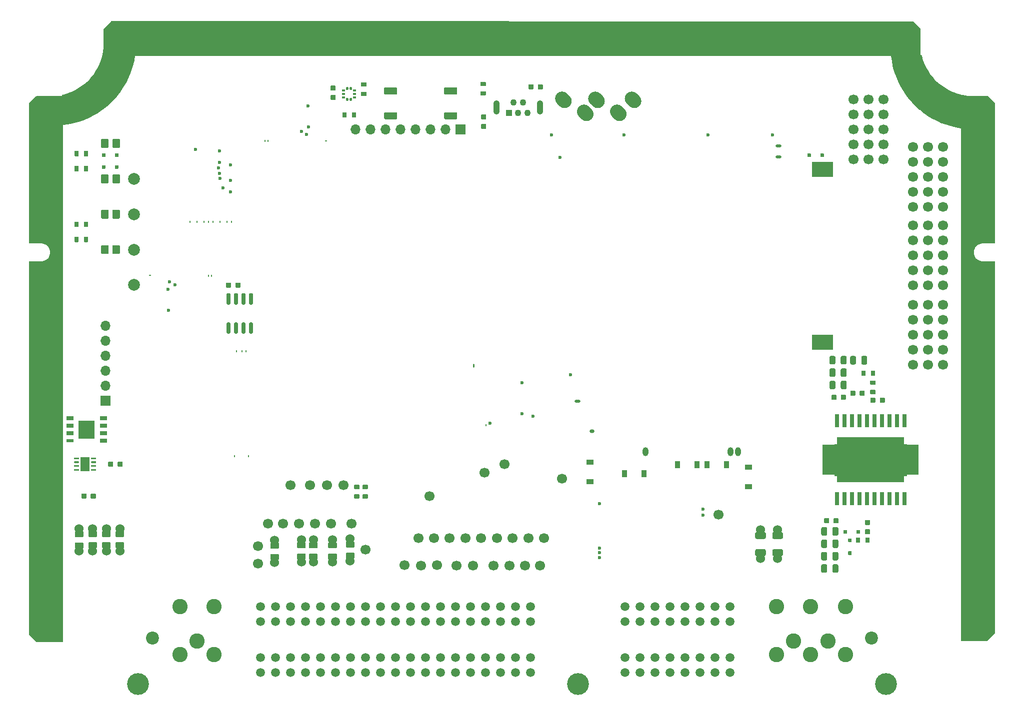
<source format=gts>
G04 #@! TF.GenerationSoftware,KiCad,Pcbnew,8.0.8*
G04 #@! TF.CreationDate,2025-12-13T21:59:59-05:00*
G04 #@! TF.ProjectId,hellen121vag,68656c6c-656e-4313-9231-7661672e6b69,d*
G04 #@! TF.SameCoordinates,PX2b953a0PY6943058*
G04 #@! TF.FileFunction,Soldermask,Top*
G04 #@! TF.FilePolarity,Negative*
%FSLAX46Y46*%
G04 Gerber Fmt 4.6, Leading zero omitted, Abs format (unit mm)*
G04 Created by KiCad (PCBNEW 8.0.8) date 2025-12-13 21:59:59*
%MOMM*%
%LPD*%
G01*
G04 APERTURE LIST*
%ADD10C,0.010000*%
%ADD11C,3.700000*%
%ADD12C,2.200000*%
%ADD13C,2.600000*%
%ADD14C,1.500000*%
%ADD15C,1.700000*%
%ADD16C,0.599999*%
%ADD17O,0.499999X0.250000*%
%ADD18O,0.250000X0.499999*%
%ADD19R,1.600000X2.400000*%
%ADD20O,0.200000X0.399999*%
%ADD21O,1.000001X1.500000*%
%ADD22O,0.800001X0.599999*%
%ADD23C,1.524000*%
%ADD24R,1.310000X0.650000*%
%ADD25R,1.310000X0.600000*%
%ADD26R,1.325000X1.500000*%
%ADD27R,1.200000X0.900000*%
%ADD28C,2.000000*%
%ADD29R,0.800000X2.200000*%
%ADD30R,2.032000X5.080000*%
%ADD31C,1.300000*%
%ADD32R,11.430000X7.620000*%
%ADD33R,3.600000X2.600000*%
%ADD34R,0.900000X1.200000*%
%ADD35R,1.700000X1.700000*%
%ADD36O,1.700000X1.700000*%
%ADD37O,1.000001X0.499999*%
%ADD38R,1.100000X1.100000*%
%ADD39C,1.100000*%
%ADD40O,1.100000X2.400000*%
%ADD41O,0.200000X0.499999*%
G04 APERTURE END LIST*
D10*
G04 #@! TO.C,U1*
X137017400Y40845303D02*
X136598850Y40845303D01*
X136598850Y46133763D01*
X137017400Y46133763D01*
X137017400Y40845303D01*
G36*
X137017400Y40845303D02*
G01*
X136598850Y40845303D01*
X136598850Y46133763D01*
X137017400Y46133763D01*
X137017400Y40845303D01*
G37*
X148803000Y40847843D02*
X148402450Y40847843D01*
X148402450Y46133763D01*
X148803000Y46133763D01*
X148803000Y40847843D01*
G36*
X148803000Y40847843D02*
G01*
X148402450Y40847843D01*
X148402450Y46133763D01*
X148803000Y46133763D01*
X148803000Y40847843D01*
G37*
G04 #@! TD*
D11*
G04 #@! TO.C,P1*
X145348000Y5492000D03*
X18648000Y5492000D03*
X93148000Y5492000D03*
D12*
X142898000Y13292000D03*
X21098000Y13292000D03*
D13*
X25748000Y10492000D03*
X31548000Y10492000D03*
X28648000Y12822000D03*
X25748000Y18622000D03*
X31548000Y18622000D03*
D14*
X85168000Y18622000D03*
X82628000Y18622000D03*
X80088000Y18622000D03*
X77548000Y18622000D03*
X75008000Y18622000D03*
X72468000Y18622000D03*
X69928000Y18622000D03*
X67388000Y18622000D03*
X64848000Y18622000D03*
X62308000Y18622000D03*
X59768000Y18622000D03*
X57228000Y18622000D03*
X54688000Y18622000D03*
X52148000Y18622000D03*
X49608000Y18622000D03*
X47068000Y18622000D03*
X44528000Y18622000D03*
X41988000Y18622000D03*
X39448000Y18622000D03*
X85168000Y16082000D03*
X82628000Y16082000D03*
X80088000Y16082000D03*
X77548000Y16082000D03*
X75008000Y16082000D03*
X72468000Y16082000D03*
X69928000Y16082000D03*
X67388000Y16082000D03*
X64848000Y16082000D03*
X62308000Y16082000D03*
X59768000Y16082000D03*
X57228000Y16082000D03*
X54688000Y16082000D03*
X52148000Y16082000D03*
X49608000Y16082000D03*
X47068000Y16082000D03*
X44528000Y16082000D03*
X41988000Y16082000D03*
X39448000Y16082000D03*
X85168000Y10032000D03*
X82628000Y10032000D03*
X80088000Y10032000D03*
X77548000Y10032000D03*
X75008000Y10032000D03*
X72468000Y10032000D03*
X69928000Y10032000D03*
X67388000Y10032000D03*
X64848000Y10032000D03*
X62308000Y10032000D03*
X59768000Y10032000D03*
X57228000Y10032000D03*
X54688000Y10032000D03*
X52148000Y10032000D03*
X49608000Y10032000D03*
X47068000Y10032000D03*
X44528000Y10032000D03*
X41988000Y10032000D03*
X39448000Y10032000D03*
X85168000Y7492000D03*
X82628000Y7492000D03*
X80088000Y7492000D03*
X77548000Y7492000D03*
X75008000Y7492000D03*
X72468000Y7492000D03*
X69928000Y7492000D03*
X67388000Y7492000D03*
X64848000Y7492000D03*
X62308000Y7492000D03*
X59768000Y7492000D03*
X57228000Y7492000D03*
X54688000Y7492000D03*
X52148000Y7492000D03*
X49608000Y7492000D03*
X47068000Y7492000D03*
X44528000Y7492000D03*
X41988000Y7492000D03*
X39448000Y7492000D03*
X101138000Y7492000D03*
X103678000Y7492000D03*
X106218000Y7492000D03*
X108758000Y7492000D03*
X111298000Y7492000D03*
X113838000Y7492000D03*
X116378000Y7492000D03*
X118918000Y7492000D03*
X101138000Y10032000D03*
X103678000Y10032000D03*
X106218000Y10032000D03*
X108758000Y10032000D03*
X111298000Y10032000D03*
X113838000Y10032000D03*
X116378000Y10032000D03*
X118918000Y10032000D03*
X101138000Y16082000D03*
X103678000Y16082000D03*
X106218000Y16082000D03*
X108758000Y16082000D03*
X111298000Y16082000D03*
X113838000Y16082000D03*
X116378000Y16082000D03*
X118918000Y16082000D03*
X101138000Y18622000D03*
X103678000Y18622000D03*
X106218000Y18622000D03*
X108758000Y18622000D03*
X111298000Y18622000D03*
X113838000Y18622000D03*
X116378000Y18622000D03*
X118918000Y18622000D03*
D13*
X126748000Y10492000D03*
X132548000Y10492000D03*
X138448000Y10492000D03*
X129648000Y12822000D03*
X135548000Y12822000D03*
X126748000Y18622000D03*
X132548000Y18622000D03*
X138448000Y18622000D03*
G04 #@! TD*
G04 #@! TO.C,M3*
G36*
G01*
X75642499Y59646377D02*
X75642499Y59196377D01*
G75*
G02*
X75517499Y59071377I-125000J0D01*
G01*
X75517499Y59071377D01*
G75*
G02*
X75392499Y59196377I0J125000D01*
G01*
X75392499Y59646377D01*
G75*
G02*
X75517499Y59771377I125000J0D01*
G01*
X75517499Y59771377D01*
G75*
G02*
X75642499Y59646377I0J-125000D01*
G01*
G37*
G04 #@! TD*
G04 #@! TO.C,U3*
G36*
G01*
X34145000Y64850000D02*
X33845000Y64850000D01*
G75*
G02*
X33695000Y65000000I0J150000D01*
G01*
X33695000Y66650000D01*
G75*
G02*
X33845000Y66800000I150000J0D01*
G01*
X34145000Y66800000D01*
G75*
G02*
X34295000Y66650000I0J-150000D01*
G01*
X34295000Y65000000D01*
G75*
G02*
X34145000Y64850000I-150000J0D01*
G01*
G37*
G36*
G01*
X35415000Y64850000D02*
X35115000Y64850000D01*
G75*
G02*
X34965000Y65000000I0J150000D01*
G01*
X34965000Y66650000D01*
G75*
G02*
X35115000Y66800000I150000J0D01*
G01*
X35415000Y66800000D01*
G75*
G02*
X35565000Y66650000I0J-150000D01*
G01*
X35565000Y65000000D01*
G75*
G02*
X35415000Y64850000I-150000J0D01*
G01*
G37*
G36*
G01*
X36685000Y64850000D02*
X36385000Y64850000D01*
G75*
G02*
X36235000Y65000000I0J150000D01*
G01*
X36235000Y66650000D01*
G75*
G02*
X36385000Y66800000I150000J0D01*
G01*
X36685000Y66800000D01*
G75*
G02*
X36835000Y66650000I0J-150000D01*
G01*
X36835000Y65000000D01*
G75*
G02*
X36685000Y64850000I-150000J0D01*
G01*
G37*
G36*
G01*
X37955000Y64850000D02*
X37655000Y64850000D01*
G75*
G02*
X37505000Y65000000I0J150000D01*
G01*
X37505000Y66650000D01*
G75*
G02*
X37655000Y66800000I150000J0D01*
G01*
X37955000Y66800000D01*
G75*
G02*
X38105000Y66650000I0J-150000D01*
G01*
X38105000Y65000000D01*
G75*
G02*
X37955000Y64850000I-150000J0D01*
G01*
G37*
G36*
G01*
X37955000Y69800000D02*
X37655000Y69800000D01*
G75*
G02*
X37505000Y69950000I0J150000D01*
G01*
X37505000Y71600000D01*
G75*
G02*
X37655000Y71750000I150000J0D01*
G01*
X37955000Y71750000D01*
G75*
G02*
X38105000Y71600000I0J-150000D01*
G01*
X38105000Y69950000D01*
G75*
G02*
X37955000Y69800000I-150000J0D01*
G01*
G37*
G36*
G01*
X36685000Y69800000D02*
X36385000Y69800000D01*
G75*
G02*
X36235000Y69950000I0J150000D01*
G01*
X36235000Y71600000D01*
G75*
G02*
X36385000Y71750000I150000J0D01*
G01*
X36685000Y71750000D01*
G75*
G02*
X36835000Y71600000I0J-150000D01*
G01*
X36835000Y69950000D01*
G75*
G02*
X36685000Y69800000I-150000J0D01*
G01*
G37*
G36*
G01*
X35415000Y69800000D02*
X35115000Y69800000D01*
G75*
G02*
X34965000Y69950000I0J150000D01*
G01*
X34965000Y71600000D01*
G75*
G02*
X35115000Y71750000I150000J0D01*
G01*
X35415000Y71750000D01*
G75*
G02*
X35565000Y71600000I0J-150000D01*
G01*
X35565000Y69950000D01*
G75*
G02*
X35415000Y69800000I-150000J0D01*
G01*
G37*
G36*
G01*
X34145000Y69800000D02*
X33845000Y69800000D01*
G75*
G02*
X33695000Y69950000I0J150000D01*
G01*
X33695000Y71600000D01*
G75*
G02*
X33845000Y71750000I150000J0D01*
G01*
X34145000Y71750000D01*
G75*
G02*
X34295000Y71600000I0J-150000D01*
G01*
X34295000Y69950000D01*
G75*
G02*
X34145000Y69800000I-150000J0D01*
G01*
G37*
G04 #@! TD*
D15*
G04 #@! TO.C,P2*
X44450000Y39198941D03*
G04 #@! TD*
G04 #@! TO.C,R22*
G36*
G01*
X143450000Y58565000D02*
X143450000Y57785000D01*
G75*
G02*
X143380000Y57715000I-70000J0D01*
G01*
X142820000Y57715000D01*
G75*
G02*
X142750000Y57785000I0J70000D01*
G01*
X142750000Y58565000D01*
G75*
G02*
X142820000Y58635000I70000J0D01*
G01*
X143380000Y58635000D01*
G75*
G02*
X143450000Y58565000I0J-70000D01*
G01*
G37*
G36*
G01*
X141850000Y58565000D02*
X141850000Y57785000D01*
G75*
G02*
X141780000Y57715000I-70000J0D01*
G01*
X141220000Y57715000D01*
G75*
G02*
X141150000Y57785000I0J70000D01*
G01*
X141150000Y58565000D01*
G75*
G02*
X141220000Y58635000I70000J0D01*
G01*
X141780000Y58635000D01*
G75*
G02*
X141850000Y58565000I0J-70000D01*
G01*
G37*
G04 #@! TD*
G04 #@! TO.C,C15*
G36*
G01*
X51360000Y106915001D02*
X52040000Y106915001D01*
G75*
G02*
X52125000Y106830001I0J-85000D01*
G01*
X52125000Y106150001D01*
G75*
G02*
X52040000Y106065001I-85000J0D01*
G01*
X51360000Y106065001D01*
G75*
G02*
X51275000Y106150001I0J85000D01*
G01*
X51275000Y106830001D01*
G75*
G02*
X51360000Y106915001I85000J0D01*
G01*
G37*
G36*
G01*
X51360000Y105334999D02*
X52040000Y105334999D01*
G75*
G02*
X52125000Y105249999I0J-85000D01*
G01*
X52125000Y104569999D01*
G75*
G02*
X52040000Y104484999I-85000J0D01*
G01*
X51360000Y104484999D01*
G75*
G02*
X51275000Y104569999I0J85000D01*
G01*
X51275000Y105249999D01*
G75*
G02*
X51360000Y105334999I85000J0D01*
G01*
G37*
G04 #@! TD*
G04 #@! TO.C,C6*
G36*
G01*
X77540000Y99584999D02*
X76860000Y99584999D01*
G75*
G02*
X76775000Y99669999I0J85000D01*
G01*
X76775000Y100349999D01*
G75*
G02*
X76860000Y100434999I85000J0D01*
G01*
X77540000Y100434999D01*
G75*
G02*
X77625000Y100349999I0J-85000D01*
G01*
X77625000Y99669999D01*
G75*
G02*
X77540000Y99584999I-85000J0D01*
G01*
G37*
G36*
G01*
X77540000Y101165001D02*
X76860000Y101165001D01*
G75*
G02*
X76775000Y101250001I0J85000D01*
G01*
X76775000Y101930001D01*
G75*
G02*
X76860000Y102015001I85000J0D01*
G01*
X77540000Y102015001D01*
G75*
G02*
X77625000Y101930001I0J-85000D01*
G01*
X77625000Y101250001D01*
G75*
G02*
X77540000Y101165001I-85000J0D01*
G01*
G37*
G04 #@! TD*
D16*
G04 #@! TO.C,M11*
X96809400Y36036600D03*
X96809400Y28536600D03*
X96809400Y27736600D03*
X96809400Y26936600D03*
X114334400Y34136600D03*
X114334400Y35136600D03*
G04 #@! TD*
D15*
G04 #@! TO.C,G5*
X149860000Y73050000D03*
X149860000Y75590000D03*
X149860000Y78130000D03*
X149860000Y80670000D03*
X149860000Y83210000D03*
X152400000Y73050000D03*
X152400000Y75590000D03*
X152400000Y78130000D03*
X152400000Y80670000D03*
X152400000Y83210000D03*
X154940000Y73050000D03*
X154940000Y75590000D03*
X154940000Y78130000D03*
X154940000Y80670000D03*
X154940000Y83210000D03*
G04 #@! TD*
D17*
G04 #@! TO.C,M1*
X50537495Y97531666D03*
D18*
X40187501Y97581664D03*
X40687502Y97581664D03*
D16*
X47237499Y98631662D03*
X46362497Y99156662D03*
X47537501Y99906660D03*
X47462498Y103456661D03*
G04 #@! TD*
D15*
G04 #@! TO.C,P17*
X57200000Y28275000D03*
G04 #@! TD*
G04 #@! TO.C,U5*
G36*
G01*
X7825000Y43675000D02*
X7825000Y43825000D01*
G75*
G02*
X7900000Y43900000I75000J0D01*
G01*
X8600000Y43900000D01*
G75*
G02*
X8675000Y43825000I0J-75000D01*
G01*
X8675000Y43675000D01*
G75*
G02*
X8600000Y43600000I-75000J0D01*
G01*
X7900000Y43600000D01*
G75*
G02*
X7825000Y43675000I0J75000D01*
G01*
G37*
G36*
G01*
X7825000Y43025000D02*
X7825000Y43175000D01*
G75*
G02*
X7900000Y43250000I75000J0D01*
G01*
X8600000Y43250000D01*
G75*
G02*
X8675000Y43175000I0J-75000D01*
G01*
X8675000Y43025000D01*
G75*
G02*
X8600000Y42950000I-75000J0D01*
G01*
X7900000Y42950000D01*
G75*
G02*
X7825000Y43025000I0J75000D01*
G01*
G37*
G36*
G01*
X7825000Y42375000D02*
X7825000Y42525000D01*
G75*
G02*
X7900000Y42600000I75000J0D01*
G01*
X8600000Y42600000D01*
G75*
G02*
X8675000Y42525000I0J-75000D01*
G01*
X8675000Y42375000D01*
G75*
G02*
X8600000Y42300000I-75000J0D01*
G01*
X7900000Y42300000D01*
G75*
G02*
X7825000Y42375000I0J75000D01*
G01*
G37*
G36*
G01*
X7825000Y41725000D02*
X7825000Y41875000D01*
G75*
G02*
X7900000Y41950000I75000J0D01*
G01*
X8600000Y41950000D01*
G75*
G02*
X8675000Y41875000I0J-75000D01*
G01*
X8675000Y41725000D01*
G75*
G02*
X8600000Y41650000I-75000J0D01*
G01*
X7900000Y41650000D01*
G75*
G02*
X7825000Y41725000I0J75000D01*
G01*
G37*
G36*
G01*
X10725000Y41725000D02*
X10725000Y41875000D01*
G75*
G02*
X10800000Y41950000I75000J0D01*
G01*
X11500000Y41950000D01*
G75*
G02*
X11575000Y41875000I0J-75000D01*
G01*
X11575000Y41725000D01*
G75*
G02*
X11500000Y41650000I-75000J0D01*
G01*
X10800000Y41650000D01*
G75*
G02*
X10725000Y41725000I0J75000D01*
G01*
G37*
G36*
G01*
X10725000Y42375000D02*
X10725000Y42525000D01*
G75*
G02*
X10800000Y42600000I75000J0D01*
G01*
X11500000Y42600000D01*
G75*
G02*
X11575000Y42525000I0J-75000D01*
G01*
X11575000Y42375000D01*
G75*
G02*
X11500000Y42300000I-75000J0D01*
G01*
X10800000Y42300000D01*
G75*
G02*
X10725000Y42375000I0J75000D01*
G01*
G37*
G36*
G01*
X10725000Y43025000D02*
X10725000Y43175000D01*
G75*
G02*
X10800000Y43250000I75000J0D01*
G01*
X11500000Y43250000D01*
G75*
G02*
X11575000Y43175000I0J-75000D01*
G01*
X11575000Y43025000D01*
G75*
G02*
X11500000Y42950000I-75000J0D01*
G01*
X10800000Y42950000D01*
G75*
G02*
X10725000Y43025000I0J75000D01*
G01*
G37*
G36*
G01*
X10725000Y43675000D02*
X10725000Y43825000D01*
G75*
G02*
X10800000Y43900000I75000J0D01*
G01*
X11500000Y43900000D01*
G75*
G02*
X11575000Y43825000I0J-75000D01*
G01*
X11575000Y43675000D01*
G75*
G02*
X11500000Y43600000I-75000J0D01*
G01*
X10800000Y43600000D01*
G75*
G02*
X10725000Y43675000I0J75000D01*
G01*
G37*
D19*
X9700000Y42775000D03*
G04 #@! TD*
D20*
G04 #@! TO.C,M7*
X34517335Y83814583D03*
X33757356Y83814583D03*
X32582363Y83814583D03*
X31407376Y83814583D03*
X30567464Y83814583D03*
X29817392Y83814583D03*
X28642381Y83814583D03*
X27467384Y83814583D03*
D16*
X32507387Y93914190D03*
X34342397Y93489182D03*
X32292389Y92939185D03*
X32507384Y92064226D03*
X32582391Y91214203D03*
X34342397Y90889187D03*
X33032397Y89589220D03*
X34342397Y88939203D03*
X28417382Y96114206D03*
X32492388Y95814204D03*
G04 #@! TD*
D21*
G04 #@! TO.C,M6*
X120232431Y44851221D03*
X118976566Y44851221D03*
X104601540Y44851221D03*
D22*
X95546542Y48347505D03*
G04 #@! TD*
D15*
G04 #@! TO.C,P5*
X50675000Y39173941D03*
G04 #@! TD*
G04 #@! TO.C,P61*
X40675000Y32675000D03*
G04 #@! TD*
G04 #@! TO.C,P44*
X76744800Y30212600D03*
G04 #@! TD*
G04 #@! TO.C,P16*
X68000000Y37375000D03*
G04 #@! TD*
G04 #@! TO.C,C18*
G36*
G01*
X9084999Y37035000D02*
X9084999Y37715000D01*
G75*
G02*
X9169999Y37800000I85000J0D01*
G01*
X9849999Y37800000D01*
G75*
G02*
X9934999Y37715000I0J-85000D01*
G01*
X9934999Y37035000D01*
G75*
G02*
X9849999Y36950000I-85000J0D01*
G01*
X9169999Y36950000D01*
G75*
G02*
X9084999Y37035000I0J85000D01*
G01*
G37*
G36*
G01*
X10665001Y37035000D02*
X10665001Y37715000D01*
G75*
G02*
X10750001Y37800000I85000J0D01*
G01*
X11430001Y37800000D01*
G75*
G02*
X11515001Y37715000I0J-85000D01*
G01*
X11515001Y37035000D01*
G75*
G02*
X11430001Y36950000I-85000J0D01*
G01*
X10750001Y36950000D01*
G75*
G02*
X10665001Y37035000I0J85000D01*
G01*
G37*
G04 #@! TD*
G04 #@! TO.C,D8*
G36*
G01*
X14312000Y90505000D02*
X14312000Y91745000D01*
G75*
G02*
X14442000Y91875000I130000J0D01*
G01*
X15482000Y91875000D01*
G75*
G02*
X15612000Y91745000I0J-130000D01*
G01*
X15612000Y90505000D01*
G75*
G02*
X15482000Y90375000I-130000J0D01*
G01*
X14442000Y90375000D01*
G75*
G02*
X14312000Y90505000I0J130000D01*
G01*
G37*
G36*
G01*
X12411979Y90505000D02*
X12411979Y91745000D01*
G75*
G02*
X12541979Y91875000I130000J0D01*
G01*
X13581979Y91875000D01*
G75*
G02*
X13711979Y91745000I0J-130000D01*
G01*
X13711979Y90505000D01*
G75*
G02*
X13581979Y90375000I-130000J0D01*
G01*
X12541979Y90375000D01*
G75*
G02*
X12411979Y90505000I0J130000D01*
G01*
G37*
G04 #@! TD*
G04 #@! TO.C,P6*
X116936200Y34225800D03*
G04 #@! TD*
G04 #@! TO.C,P66*
X79419800Y30212600D03*
G04 #@! TD*
G04 #@! TO.C,P12*
X69300000Y25625000D03*
G04 #@! TD*
G04 #@! TO.C,P13*
X66575000Y25550000D03*
G04 #@! TD*
D23*
G04 #@! TO.C,R13*
X8700000Y31830000D03*
G36*
G01*
X8075000Y31375001D02*
X9325000Y31375001D01*
G75*
G02*
X9425000Y31275001I0J-100000D01*
G01*
X9425000Y30475001D01*
G75*
G02*
X9325000Y30375001I-100000J0D01*
G01*
X8075000Y30375001D01*
G75*
G02*
X7975000Y30475001I0J100000D01*
G01*
X7975000Y31275001D01*
G75*
G02*
X8075000Y31375001I100000J0D01*
G01*
G37*
G36*
G01*
X8075000Y29474979D02*
X9325000Y29474979D01*
G75*
G02*
X9425000Y29374979I0J-100000D01*
G01*
X9425000Y28574979D01*
G75*
G02*
X9325000Y28474979I-100000J0D01*
G01*
X8075000Y28474979D01*
G75*
G02*
X7975000Y28574979I0J100000D01*
G01*
X7975000Y29374979D01*
G75*
G02*
X8075000Y29474979I100000J0D01*
G01*
G37*
X8700000Y28020000D03*
G04 #@! TD*
D15*
G04 #@! TO.C,G2*
X149860000Y86360000D03*
X149860000Y88900000D03*
X149860000Y91440000D03*
X149860000Y93980000D03*
X149860000Y96520000D03*
X152400000Y86360000D03*
X152400000Y88900000D03*
X152400000Y91440000D03*
X152400000Y93980000D03*
X152400000Y96520000D03*
X154940000Y86360000D03*
X154940000Y88900000D03*
X154940000Y91440000D03*
X154940000Y93980000D03*
X154940000Y96520000D03*
G04 #@! TD*
D23*
G04 #@! TO.C,R4*
X54600000Y26295000D03*
G36*
G01*
X55225000Y26749999D02*
X53975000Y26749999D01*
G75*
G02*
X53875000Y26849999I0J100000D01*
G01*
X53875000Y27649999D01*
G75*
G02*
X53975000Y27749999I100000J0D01*
G01*
X55225000Y27749999D01*
G75*
G02*
X55325000Y27649999I0J-100000D01*
G01*
X55325000Y26849999D01*
G75*
G02*
X55225000Y26749999I-100000J0D01*
G01*
G37*
X54600000Y30105000D03*
G36*
G01*
X55225000Y28650021D02*
X53975000Y28650021D01*
G75*
G02*
X53875000Y28750021I0J100000D01*
G01*
X53875000Y29550021D01*
G75*
G02*
X53975000Y29650021I100000J0D01*
G01*
X55225000Y29650021D01*
G75*
G02*
X55325000Y29550021I0J-100000D01*
G01*
X55325000Y28750021D01*
G75*
G02*
X55225000Y28650021I-100000J0D01*
G01*
G37*
G04 #@! TD*
D15*
G04 #@! TO.C,P63*
X86775000Y25575000D03*
G04 #@! TD*
G04 #@! TO.C,P4*
X53500000Y39173941D03*
G04 #@! TD*
G04 #@! TO.C,R16*
G36*
G01*
X10212000Y95790000D02*
X10212000Y95010000D01*
G75*
G02*
X10142000Y94940000I-70000J0D01*
G01*
X9582000Y94940000D01*
G75*
G02*
X9512000Y95010000I0J70000D01*
G01*
X9512000Y95790000D01*
G75*
G02*
X9582000Y95860000I70000J0D01*
G01*
X10142000Y95860000D01*
G75*
G02*
X10212000Y95790000I0J-70000D01*
G01*
G37*
G36*
G01*
X8612000Y95790000D02*
X8612000Y95010000D01*
G75*
G02*
X8542000Y94940000I-70000J0D01*
G01*
X7982000Y94940000D01*
G75*
G02*
X7912000Y95010000I0J70000D01*
G01*
X7912000Y95790000D01*
G75*
G02*
X7982000Y95860000I70000J0D01*
G01*
X8542000Y95860000D01*
G75*
G02*
X8612000Y95790000I0J-70000D01*
G01*
G37*
G04 #@! TD*
G04 #@! TO.C,C5*
G36*
G01*
X145122001Y53932163D02*
X145122001Y53252163D01*
G75*
G02*
X145037001Y53167163I-85000J0D01*
G01*
X144357001Y53167163D01*
G75*
G02*
X144272001Y53252163I0J85000D01*
G01*
X144272001Y53932163D01*
G75*
G02*
X144357001Y54017163I85000J0D01*
G01*
X145037001Y54017163D01*
G75*
G02*
X145122001Y53932163I0J-85000D01*
G01*
G37*
G36*
G01*
X143541999Y53932163D02*
X143541999Y53252163D01*
G75*
G02*
X143456999Y53167163I-85000J0D01*
G01*
X142776999Y53167163D01*
G75*
G02*
X142691999Y53252163I0J85000D01*
G01*
X142691999Y53932163D01*
G75*
G02*
X142776999Y54017163I85000J0D01*
G01*
X143456999Y54017163D01*
G75*
G02*
X143541999Y53932163I0J-85000D01*
G01*
G37*
G04 #@! TD*
G04 #@! TO.C,C11*
G36*
G01*
X134362000Y30900000D02*
X134362000Y31850000D01*
G75*
G02*
X134612000Y32100000I250000J0D01*
G01*
X135112000Y32100000D01*
G75*
G02*
X135362000Y31850000I0J-250000D01*
G01*
X135362000Y30900000D01*
G75*
G02*
X135112000Y30650000I-250000J0D01*
G01*
X134612000Y30650000D01*
G75*
G02*
X134362000Y30900000I0J250000D01*
G01*
G37*
G36*
G01*
X136262000Y30900000D02*
X136262000Y31850000D01*
G75*
G02*
X136512000Y32100000I250000J0D01*
G01*
X137012000Y32100000D01*
G75*
G02*
X137262000Y31850000I0J-250000D01*
G01*
X137262000Y30900000D01*
G75*
G02*
X137012000Y30650000I-250000J0D01*
G01*
X136512000Y30650000D01*
G75*
G02*
X136262000Y30900000I0J250000D01*
G01*
G37*
G04 #@! TD*
D18*
G04 #@! TO.C,M5*
X35362524Y61926574D03*
X36237524Y61926574D03*
X36937525Y61926574D03*
X37387524Y44101576D03*
X34987521Y44101576D03*
G04 #@! TD*
D15*
G04 #@! TO.C,P28*
X74094800Y30212600D03*
G04 #@! TD*
G04 #@! TO.C,P74*
X45925000Y32675000D03*
G04 #@! TD*
D23*
G04 #@! TO.C,R8*
X48350000Y29955000D03*
G36*
G01*
X47725000Y29500001D02*
X48975000Y29500001D01*
G75*
G02*
X49075000Y29400001I0J-100000D01*
G01*
X49075000Y28600001D01*
G75*
G02*
X48975000Y28500001I-100000J0D01*
G01*
X47725000Y28500001D01*
G75*
G02*
X47625000Y28600001I0J100000D01*
G01*
X47625000Y29400001D01*
G75*
G02*
X47725000Y29500001I100000J0D01*
G01*
G37*
G36*
G01*
X47725000Y27599979D02*
X48975000Y27599979D01*
G75*
G02*
X49075000Y27499979I0J-100000D01*
G01*
X49075000Y26699979D01*
G75*
G02*
X48975000Y26599979I-100000J0D01*
G01*
X47725000Y26599979D01*
G75*
G02*
X47625000Y26699979I0J100000D01*
G01*
X47625000Y27499979D01*
G75*
G02*
X47725000Y27599979I100000J0D01*
G01*
G37*
X48350000Y26145000D03*
G04 #@! TD*
D24*
G04 #@! TO.C,U4*
X7117500Y50530000D03*
X7117500Y49260000D03*
X7117500Y47990000D03*
D25*
X7117500Y46720000D03*
D24*
X12807500Y46720000D03*
X12807500Y47990000D03*
X12807500Y49260000D03*
X12807500Y50530000D03*
D26*
X10625000Y49375000D03*
X10625000Y47875000D03*
X9300000Y47875000D03*
D14*
X9962500Y48625000D03*
D26*
X9300000Y49375000D03*
G04 #@! TD*
G04 #@! TO.C,F1*
G36*
G01*
X124975000Y28119990D02*
X124975000Y27429990D01*
G75*
G02*
X124745000Y27199990I-230000J0D01*
G01*
X123405000Y27199990D01*
G75*
G02*
X123175000Y27429990I0J230000D01*
G01*
X123175000Y28119990D01*
G75*
G02*
X123405000Y28349990I230000J0D01*
G01*
X124745000Y28349990D01*
G75*
G02*
X124975000Y28119990I0J-230000D01*
G01*
G37*
D23*
X124075000Y26775000D03*
G36*
G01*
X124975000Y31020010D02*
X124975000Y30330010D01*
G75*
G02*
X124745000Y30100010I-230000J0D01*
G01*
X123405000Y30100010D01*
G75*
G02*
X123175000Y30330010I0J230000D01*
G01*
X123175000Y31020010D01*
G75*
G02*
X123405000Y31250010I230000J0D01*
G01*
X124745000Y31250010D01*
G75*
G02*
X124975000Y31020010I0J-230000D01*
G01*
G37*
X124075000Y31675000D03*
G04 #@! TD*
D27*
G04 #@! TO.C,D10*
X122016200Y38951200D03*
X122016200Y42251200D03*
G04 #@! TD*
D28*
G04 #@! TO.C,J2*
X17962000Y91125000D03*
G04 #@! TD*
D29*
G04 #@! TO.C,U1*
X136992000Y36892163D03*
X138262000Y36892163D03*
X139532000Y36892163D03*
X140802000Y36892163D03*
X142072000Y36892163D03*
X143342000Y36892163D03*
X144612000Y36892163D03*
X145882000Y36892163D03*
X147152000Y36892163D03*
X148422000Y36892163D03*
X148422000Y50092163D03*
X147152000Y50092163D03*
X145882000Y50092163D03*
X144612000Y50092163D03*
X143342000Y50092163D03*
X142072000Y50092163D03*
X140802000Y50092163D03*
X139532000Y50092163D03*
X138262000Y50092163D03*
X136992000Y50092163D03*
D30*
X135595000Y43492163D03*
D31*
X137707000Y40492163D03*
X137707000Y46492163D03*
X142707000Y46492163D03*
D32*
X142707000Y43492163D03*
D31*
X147707000Y43492163D03*
X142707000Y43492163D03*
X147707000Y46492163D03*
X137707000Y43492163D03*
X147707000Y40492163D03*
X142707000Y40492163D03*
D30*
X149819000Y43492163D03*
G04 #@! TD*
G04 #@! TO.C,R21*
G36*
G01*
X10212000Y81240000D02*
X10212000Y80460000D01*
G75*
G02*
X10142000Y80390000I-70000J0D01*
G01*
X9582000Y80390000D01*
G75*
G02*
X9512000Y80460000I0J70000D01*
G01*
X9512000Y81240000D01*
G75*
G02*
X9582000Y81310000I70000J0D01*
G01*
X10142000Y81310000D01*
G75*
G02*
X10212000Y81240000I0J-70000D01*
G01*
G37*
G36*
G01*
X8612000Y81240000D02*
X8612000Y80460000D01*
G75*
G02*
X8542000Y80390000I-70000J0D01*
G01*
X7982000Y80390000D01*
G75*
G02*
X7912000Y80460000I0J70000D01*
G01*
X7912000Y81240000D01*
G75*
G02*
X7982000Y81310000I70000J0D01*
G01*
X8542000Y81310000D01*
G75*
G02*
X8612000Y81240000I0J-70000D01*
G01*
G37*
G04 #@! TD*
D17*
G04 #@! TO.C,M10*
X20725007Y74749997D03*
D18*
X31075001Y74699999D03*
X30575000Y74699999D03*
D16*
X24025003Y73650001D03*
X24900005Y73125001D03*
X23725001Y72375003D03*
X23800004Y68825002D03*
G04 #@! TD*
G04 #@! TO.C,D4*
G36*
G01*
X14312000Y96505000D02*
X14312000Y97745000D01*
G75*
G02*
X14442000Y97875000I130000J0D01*
G01*
X15482000Y97875000D01*
G75*
G02*
X15612000Y97745000I0J-130000D01*
G01*
X15612000Y96505000D01*
G75*
G02*
X15482000Y96375000I-130000J0D01*
G01*
X14442000Y96375000D01*
G75*
G02*
X14312000Y96505000I0J130000D01*
G01*
G37*
G36*
G01*
X12411979Y96505000D02*
X12411979Y97745000D01*
G75*
G02*
X12541979Y97875000I130000J0D01*
G01*
X13581979Y97875000D01*
G75*
G02*
X13711979Y97745000I0J-130000D01*
G01*
X13711979Y96505000D01*
G75*
G02*
X13581979Y96375000I-130000J0D01*
G01*
X12541979Y96375000D01*
G75*
G02*
X12411979Y96505000I0J130000D01*
G01*
G37*
G04 #@! TD*
G04 #@! TO.C,C16*
G36*
G01*
X36015001Y73440000D02*
X36015001Y72760000D01*
G75*
G02*
X35930001Y72675000I-85000J0D01*
G01*
X35250001Y72675000D01*
G75*
G02*
X35165001Y72760000I0J85000D01*
G01*
X35165001Y73440000D01*
G75*
G02*
X35250001Y73525000I85000J0D01*
G01*
X35930001Y73525000D01*
G75*
G02*
X36015001Y73440000I0J-85000D01*
G01*
G37*
G36*
G01*
X34434999Y73440000D02*
X34434999Y72760000D01*
G75*
G02*
X34349999Y72675000I-85000J0D01*
G01*
X33669999Y72675000D01*
G75*
G02*
X33584999Y72760000I0J85000D01*
G01*
X33584999Y73440000D01*
G75*
G02*
X33669999Y73525000I85000J0D01*
G01*
X34349999Y73525000D01*
G75*
G02*
X34434999Y73440000I0J-85000D01*
G01*
G37*
G04 #@! TD*
G04 #@! TO.C,S1*
G36*
G01*
X60482000Y106600001D02*
X62442000Y106600001D01*
G75*
G02*
X62562000Y106480001I0J-120000D01*
G01*
X62562000Y105520001D01*
G75*
G02*
X62442000Y105400001I-120000J0D01*
G01*
X60482000Y105400001D01*
G75*
G02*
X60362000Y105520001I0J120000D01*
G01*
X60362000Y106480001D01*
G75*
G02*
X60482000Y106600001I120000J0D01*
G01*
G37*
G36*
G01*
X60482000Y102400000D02*
X62442000Y102400000D01*
G75*
G02*
X62562000Y102280000I0J-120000D01*
G01*
X62562000Y101320000D01*
G75*
G02*
X62442000Y101200000I-120000J0D01*
G01*
X60482000Y101200000D01*
G75*
G02*
X60362000Y101320000I0J120000D01*
G01*
X60362000Y102280000D01*
G75*
G02*
X60482000Y102400000I120000J0D01*
G01*
G37*
G04 #@! TD*
D15*
G04 #@! TO.C,P67*
X82112800Y30212600D03*
G04 #@! TD*
D33*
G04 #@! TO.C,BT1*
X134600000Y92700000D03*
X134600000Y63400000D03*
G04 #@! TD*
D15*
G04 #@! TO.C,P9*
X71444800Y30212600D03*
G04 #@! TD*
G04 #@! TO.C,C19*
G36*
G01*
X13622499Y42425000D02*
X13622499Y43105000D01*
G75*
G02*
X13707499Y43190000I85000J0D01*
G01*
X14387499Y43190000D01*
G75*
G02*
X14472499Y43105000I0J-85000D01*
G01*
X14472499Y42425000D01*
G75*
G02*
X14387499Y42340000I-85000J0D01*
G01*
X13707499Y42340000D01*
G75*
G02*
X13622499Y42425000I0J85000D01*
G01*
G37*
G36*
G01*
X15202501Y42425000D02*
X15202501Y43105000D01*
G75*
G02*
X15287501Y43190000I85000J0D01*
G01*
X15967501Y43190000D01*
G75*
G02*
X16052501Y43105000I0J-85000D01*
G01*
X16052501Y42425000D01*
G75*
G02*
X15967501Y42340000I-85000J0D01*
G01*
X15287501Y42340000D01*
G75*
G02*
X15202501Y42425000I0J85000D01*
G01*
G37*
G04 #@! TD*
G04 #@! TO.C,R5*
G36*
G01*
X142717000Y56942163D02*
X143497000Y56942163D01*
G75*
G02*
X143567000Y56872163I0J-70000D01*
G01*
X143567000Y56312163D01*
G75*
G02*
X143497000Y56242163I-70000J0D01*
G01*
X142717000Y56242163D01*
G75*
G02*
X142647000Y56312163I0J70000D01*
G01*
X142647000Y56872163D01*
G75*
G02*
X142717000Y56942163I70000J0D01*
G01*
G37*
G36*
G01*
X142717000Y55342163D02*
X143497000Y55342163D01*
G75*
G02*
X143567000Y55272163I0J-70000D01*
G01*
X143567000Y54712163D01*
G75*
G02*
X143497000Y54642163I-70000J0D01*
G01*
X142717000Y54642163D01*
G75*
G02*
X142647000Y54712163I0J70000D01*
G01*
X142647000Y55272163D01*
G75*
G02*
X142717000Y55342163I70000J0D01*
G01*
G37*
G04 #@! TD*
G04 #@! TO.C,P7*
X90500000Y40325000D03*
G04 #@! TD*
G04 #@! TO.C,U2*
G36*
G01*
X54200000Y104300000D02*
X54000000Y104300000D01*
G75*
G02*
X53900000Y104400000I0J100000D01*
G01*
X53900000Y104750000D01*
G75*
G02*
X54000000Y104850000I100000J0D01*
G01*
X54200000Y104850000D01*
G75*
G02*
X54300000Y104750000I0J-100000D01*
G01*
X54300000Y104400000D01*
G75*
G02*
X54200000Y104300000I-100000J0D01*
G01*
G37*
G36*
G01*
X54800000Y104300000D02*
X54600000Y104300000D01*
G75*
G02*
X54500000Y104400000I0J100000D01*
G01*
X54500000Y104750000D01*
G75*
G02*
X54600000Y104850000I100000J0D01*
G01*
X54800000Y104850000D01*
G75*
G02*
X54900000Y104750000I0J-100000D01*
G01*
X54900000Y104400000D01*
G75*
G02*
X54800000Y104300000I-100000J0D01*
G01*
G37*
G36*
G01*
X55500000Y104700000D02*
X55150000Y104700000D01*
G75*
G02*
X55050000Y104800000I0J100000D01*
G01*
X55050000Y105000000D01*
G75*
G02*
X55150000Y105100000I100000J0D01*
G01*
X55500000Y105100000D01*
G75*
G02*
X55600000Y105000000I0J-100000D01*
G01*
X55600000Y104800000D01*
G75*
G02*
X55500000Y104700000I-100000J0D01*
G01*
G37*
G36*
G01*
X55500000Y105300000D02*
X55150000Y105300000D01*
G75*
G02*
X55050000Y105400000I0J100000D01*
G01*
X55050000Y105600000D01*
G75*
G02*
X55150000Y105700000I100000J0D01*
G01*
X55500000Y105700000D01*
G75*
G02*
X55600000Y105600000I0J-100000D01*
G01*
X55600000Y105400000D01*
G75*
G02*
X55500000Y105300000I-100000J0D01*
G01*
G37*
G36*
G01*
X55500000Y105900000D02*
X55150000Y105900000D01*
G75*
G02*
X55050000Y106000000I0J100000D01*
G01*
X55050000Y106200000D01*
G75*
G02*
X55150000Y106300000I100000J0D01*
G01*
X55500000Y106300000D01*
G75*
G02*
X55600000Y106200000I0J-100000D01*
G01*
X55600000Y106000000D01*
G75*
G02*
X55500000Y105900000I-100000J0D01*
G01*
G37*
G36*
G01*
X54800000Y106150000D02*
X54600000Y106150000D01*
G75*
G02*
X54500000Y106250000I0J100000D01*
G01*
X54500000Y106600000D01*
G75*
G02*
X54600000Y106700000I100000J0D01*
G01*
X54800000Y106700000D01*
G75*
G02*
X54900000Y106600000I0J-100000D01*
G01*
X54900000Y106250000D01*
G75*
G02*
X54800000Y106150000I-100000J0D01*
G01*
G37*
G36*
G01*
X54200000Y106150000D02*
X54000000Y106150000D01*
G75*
G02*
X53900000Y106250000I0J100000D01*
G01*
X53900000Y106600000D01*
G75*
G02*
X54000000Y106700000I100000J0D01*
G01*
X54200000Y106700000D01*
G75*
G02*
X54300000Y106600000I0J-100000D01*
G01*
X54300000Y106250000D01*
G75*
G02*
X54200000Y106150000I-100000J0D01*
G01*
G37*
G36*
G01*
X53650000Y105900000D02*
X53300000Y105900000D01*
G75*
G02*
X53200000Y106000000I0J100000D01*
G01*
X53200000Y106200000D01*
G75*
G02*
X53300000Y106300000I100000J0D01*
G01*
X53650000Y106300000D01*
G75*
G02*
X53750000Y106200000I0J-100000D01*
G01*
X53750000Y106000000D01*
G75*
G02*
X53650000Y105900000I-100000J0D01*
G01*
G37*
G36*
G01*
X53650000Y105300000D02*
X53300000Y105300000D01*
G75*
G02*
X53200000Y105400000I0J100000D01*
G01*
X53200000Y105600000D01*
G75*
G02*
X53300000Y105700000I100000J0D01*
G01*
X53650000Y105700000D01*
G75*
G02*
X53750000Y105600000I0J-100000D01*
G01*
X53750000Y105400000D01*
G75*
G02*
X53650000Y105300000I-100000J0D01*
G01*
G37*
G36*
G01*
X53650000Y104700000D02*
X53300000Y104700000D01*
G75*
G02*
X53200000Y104800000I0J100000D01*
G01*
X53200000Y105000000D01*
G75*
G02*
X53300000Y105100000I100000J0D01*
G01*
X53650000Y105100000D01*
G75*
G02*
X53750000Y105000000I0J-100000D01*
G01*
X53750000Y104800000D01*
G75*
G02*
X53650000Y104700000I-100000J0D01*
G01*
G37*
G04 #@! TD*
G04 #@! TO.C,D5*
G36*
G01*
X15302000Y92825000D02*
X14822000Y92825000D01*
G75*
G02*
X14762000Y92885000I0J60000D01*
G01*
X14762000Y93365000D01*
G75*
G02*
X14822000Y93425000I60000J0D01*
G01*
X15302000Y93425000D01*
G75*
G02*
X15362000Y93365000I0J-60000D01*
G01*
X15362000Y92885000D01*
G75*
G02*
X15302000Y92825000I-60000J0D01*
G01*
G37*
G36*
G01*
X13102000Y92825000D02*
X12622000Y92825000D01*
G75*
G02*
X12562000Y92885000I0J60000D01*
G01*
X12562000Y93365000D01*
G75*
G02*
X12622000Y93425000I60000J0D01*
G01*
X13102000Y93425000D01*
G75*
G02*
X13162000Y93365000I0J-60000D01*
G01*
X13162000Y92885000D01*
G75*
G02*
X13102000Y92825000I-60000J0D01*
G01*
G37*
G04 #@! TD*
G04 #@! TO.C,P49*
X72625000Y25575000D03*
G04 #@! TD*
G04 #@! TO.C,R18*
G36*
G01*
X53274986Y101550001D02*
X53274986Y102330001D01*
G75*
G02*
X53344986Y102400001I70000J0D01*
G01*
X53904986Y102400001D01*
G75*
G02*
X53974986Y102330001I0J-70000D01*
G01*
X53974986Y101550001D01*
G75*
G02*
X53904986Y101480001I-70000J0D01*
G01*
X53344986Y101480001D01*
G75*
G02*
X53274986Y101550001I0J70000D01*
G01*
G37*
G36*
G01*
X54874986Y101550001D02*
X54874986Y102330001D01*
G75*
G02*
X54944986Y102400001I70000J0D01*
G01*
X55504986Y102400001D01*
G75*
G02*
X55574986Y102330001I0J-70000D01*
G01*
X55574986Y101550001D01*
G75*
G02*
X55504986Y101480001I-70000J0D01*
G01*
X54944986Y101480001D01*
G75*
G02*
X54874986Y101550001I0J70000D01*
G01*
G37*
G04 #@! TD*
D23*
G04 #@! TO.C,R10*
X13300000Y31880000D03*
G36*
G01*
X12675000Y31425001D02*
X13925000Y31425001D01*
G75*
G02*
X14025000Y31325001I0J-100000D01*
G01*
X14025000Y30525001D01*
G75*
G02*
X13925000Y30425001I-100000J0D01*
G01*
X12675000Y30425001D01*
G75*
G02*
X12575000Y30525001I0J100000D01*
G01*
X12575000Y31325001D01*
G75*
G02*
X12675000Y31425001I100000J0D01*
G01*
G37*
X13300000Y28070000D03*
G36*
G01*
X12675000Y29524979D02*
X13925000Y29524979D01*
G75*
G02*
X14025000Y29424979I0J-100000D01*
G01*
X14025000Y28624979D01*
G75*
G02*
X13925000Y28524979I-100000J0D01*
G01*
X12675000Y28524979D01*
G75*
G02*
X12575000Y28624979I0J100000D01*
G01*
X12575000Y29424979D01*
G75*
G02*
X12675000Y29524979I100000J0D01*
G01*
G37*
G04 #@! TD*
G04 #@! TO.C,D3*
G36*
G01*
X15302000Y94825000D02*
X14822000Y94825000D01*
G75*
G02*
X14762000Y94885000I0J60000D01*
G01*
X14762000Y95365000D01*
G75*
G02*
X14822000Y95425000I60000J0D01*
G01*
X15302000Y95425000D01*
G75*
G02*
X15362000Y95365000I0J-60000D01*
G01*
X15362000Y94885000D01*
G75*
G02*
X15302000Y94825000I-60000J0D01*
G01*
G37*
G36*
G01*
X13102000Y94825000D02*
X12622000Y94825000D01*
G75*
G02*
X12562000Y94885000I0J60000D01*
G01*
X12562000Y95365000D01*
G75*
G02*
X12622000Y95425000I60000J0D01*
G01*
X13102000Y95425000D01*
G75*
G02*
X13162000Y95365000I0J-60000D01*
G01*
X13162000Y94885000D01*
G75*
G02*
X13102000Y94825000I-60000J0D01*
G01*
G37*
G04 #@! TD*
D15*
G04 #@! TO.C,P14*
X63775000Y25625000D03*
G04 #@! TD*
D23*
G04 #@! TO.C,R9*
X51600000Y26145000D03*
G36*
G01*
X52225000Y26599999D02*
X50975000Y26599999D01*
G75*
G02*
X50875000Y26699999I0J100000D01*
G01*
X50875000Y27499999D01*
G75*
G02*
X50975000Y27599999I100000J0D01*
G01*
X52225000Y27599999D01*
G75*
G02*
X52325000Y27499999I0J-100000D01*
G01*
X52325000Y26699999D01*
G75*
G02*
X52225000Y26599999I-100000J0D01*
G01*
G37*
G36*
G01*
X52225000Y28500021D02*
X50975000Y28500021D01*
G75*
G02*
X50875000Y28600021I0J100000D01*
G01*
X50875000Y29400021D01*
G75*
G02*
X50975000Y29500021I100000J0D01*
G01*
X52225000Y29500021D01*
G75*
G02*
X52325000Y29400021I0J-100000D01*
G01*
X52325000Y28600021D01*
G75*
G02*
X52225000Y28500021I-100000J0D01*
G01*
G37*
X51600000Y29955000D03*
G04 #@! TD*
G04 #@! TO.C,C8*
G36*
G01*
X135762000Y57804000D02*
X135762000Y58754000D01*
G75*
G02*
X136012000Y59004000I250000J0D01*
G01*
X136512000Y59004000D01*
G75*
G02*
X136762000Y58754000I0J-250000D01*
G01*
X136762000Y57804000D01*
G75*
G02*
X136512000Y57554000I-250000J0D01*
G01*
X136012000Y57554000D01*
G75*
G02*
X135762000Y57804000I0J250000D01*
G01*
G37*
G36*
G01*
X137662000Y57804000D02*
X137662000Y58754000D01*
G75*
G02*
X137912000Y59004000I250000J0D01*
G01*
X138412000Y59004000D01*
G75*
G02*
X138662000Y58754000I0J-250000D01*
G01*
X138662000Y57804000D01*
G75*
G02*
X138412000Y57554000I-250000J0D01*
G01*
X137912000Y57554000D01*
G75*
G02*
X137662000Y57804000I0J250000D01*
G01*
G37*
G04 #@! TD*
D15*
G04 #@! TO.C,P56*
X54782400Y32676400D03*
G04 #@! TD*
G04 #@! TO.C,P10*
X68794800Y30212600D03*
G04 #@! TD*
G04 #@! TO.C,D9*
G36*
G01*
X132060000Y95400000D02*
X132540000Y95400000D01*
G75*
G02*
X132600000Y95340000I0J-60000D01*
G01*
X132600000Y94860000D01*
G75*
G02*
X132540000Y94800000I-60000J0D01*
G01*
X132060000Y94800000D01*
G75*
G02*
X132000000Y94860000I0J60000D01*
G01*
X132000000Y95340000D01*
G75*
G02*
X132060000Y95400000I60000J0D01*
G01*
G37*
G36*
G01*
X134260000Y95400000D02*
X134740000Y95400000D01*
G75*
G02*
X134800000Y95340000I0J-60000D01*
G01*
X134800000Y94860000D01*
G75*
G02*
X134740000Y94800000I-60000J0D01*
G01*
X134260000Y94800000D01*
G75*
G02*
X134200000Y94860000I0J60000D01*
G01*
X134200000Y95340000D01*
G75*
G02*
X134260000Y95400000I60000J0D01*
G01*
G37*
G04 #@! TD*
G04 #@! TO.C,P64*
X84225000Y25575000D03*
G04 #@! TD*
G04 #@! TO.C,P69*
X87446800Y30212600D03*
G04 #@! TD*
G04 #@! TO.C,R6*
G36*
G01*
X56735000Y39248941D02*
X57515000Y39248941D01*
G75*
G02*
X57585000Y39178941I0J-70000D01*
G01*
X57585000Y38618941D01*
G75*
G02*
X57515000Y38548941I-70000J0D01*
G01*
X56735000Y38548941D01*
G75*
G02*
X56665000Y38618941I0J70000D01*
G01*
X56665000Y39178941D01*
G75*
G02*
X56735000Y39248941I70000J0D01*
G01*
G37*
G36*
G01*
X56735000Y37648941D02*
X57515000Y37648941D01*
G75*
G02*
X57585000Y37578941I0J-70000D01*
G01*
X57585000Y37018941D01*
G75*
G02*
X57515000Y36948941I-70000J0D01*
G01*
X56735000Y36948941D01*
G75*
G02*
X56665000Y37018941I0J70000D01*
G01*
X56665000Y37578941D01*
G75*
G02*
X56735000Y37648941I70000J0D01*
G01*
G37*
G04 #@! TD*
G04 #@! TO.C,P80*
X39000000Y28875000D03*
G04 #@! TD*
G04 #@! TO.C,R19*
G36*
G01*
X56510000Y107450000D02*
X57290000Y107450000D01*
G75*
G02*
X57360000Y107380000I0J-70000D01*
G01*
X57360000Y106820000D01*
G75*
G02*
X57290000Y106750000I-70000J0D01*
G01*
X56510000Y106750000D01*
G75*
G02*
X56440000Y106820000I0J70000D01*
G01*
X56440000Y107380000D01*
G75*
G02*
X56510000Y107450000I70000J0D01*
G01*
G37*
G36*
G01*
X56510000Y105850000D02*
X57290000Y105850000D01*
G75*
G02*
X57360000Y105780000I0J-70000D01*
G01*
X57360000Y105220000D01*
G75*
G02*
X57290000Y105150000I-70000J0D01*
G01*
X56510000Y105150000D01*
G75*
G02*
X56440000Y105220000I0J70000D01*
G01*
X56440000Y105780000D01*
G75*
G02*
X56510000Y105850000I70000J0D01*
G01*
G37*
G04 #@! TD*
D34*
G04 #@! TO.C,D12*
X113303000Y42709400D03*
X110003000Y42709400D03*
G04 #@! TD*
D35*
G04 #@! TO.C,J8*
X13200000Y53550000D03*
D36*
X13200000Y56090000D03*
X13200000Y58630000D03*
X13200000Y61170000D03*
X13200000Y63710000D03*
X13200000Y66250000D03*
G04 #@! TD*
D34*
G04 #@! TO.C,D11*
X114981400Y42709400D03*
X118281400Y42709400D03*
G04 #@! TD*
G04 #@! TO.C,C10*
G36*
G01*
X142150000Y60850000D02*
X142150000Y59900000D01*
G75*
G02*
X141900000Y59650000I-250000J0D01*
G01*
X141400000Y59650000D01*
G75*
G02*
X141150000Y59900000I0J250000D01*
G01*
X141150000Y60850000D01*
G75*
G02*
X141400000Y61100000I250000J0D01*
G01*
X141900000Y61100000D01*
G75*
G02*
X142150000Y60850000I0J-250000D01*
G01*
G37*
G36*
G01*
X140250000Y60850000D02*
X140250000Y59900000D01*
G75*
G02*
X140000000Y59650000I-250000J0D01*
G01*
X139500000Y59650000D01*
G75*
G02*
X139250000Y59900000I0J250000D01*
G01*
X139250000Y60850000D01*
G75*
G02*
X139500000Y61100000I250000J0D01*
G01*
X140000000Y61100000D01*
G75*
G02*
X140250000Y60850000I0J-250000D01*
G01*
G37*
G04 #@! TD*
D15*
G04 #@! TO.C,G3*
X144900000Y104600000D03*
X144900000Y102060000D03*
X144900000Y99520000D03*
X144900000Y96980000D03*
X144900000Y94440000D03*
X142360000Y104600000D03*
X142360000Y102060000D03*
X142360000Y99520000D03*
X142360000Y96980000D03*
X142360000Y94440000D03*
X139820000Y104600000D03*
X139820000Y102060000D03*
X139820000Y99520000D03*
X139820000Y96980000D03*
X139820000Y94440000D03*
G04 #@! TD*
G04 #@! TO.C,P3*
X47800000Y39175000D03*
G04 #@! TD*
G04 #@! TO.C,R2*
G36*
G01*
X46950000Y26619999D02*
X45700000Y26619999D01*
G75*
G02*
X45600000Y26719999I0J100000D01*
G01*
X45600000Y27519999D01*
G75*
G02*
X45700000Y27619999I100000J0D01*
G01*
X46950000Y27619999D01*
G75*
G02*
X47050000Y27519999I0J-100000D01*
G01*
X47050000Y26719999D01*
G75*
G02*
X46950000Y26619999I-100000J0D01*
G01*
G37*
D23*
X46325000Y26165000D03*
X46325000Y29975000D03*
G36*
G01*
X46950000Y28520021D02*
X45700000Y28520021D01*
G75*
G02*
X45600000Y28620021I0J100000D01*
G01*
X45600000Y29420021D01*
G75*
G02*
X45700000Y29520021I100000J0D01*
G01*
X46950000Y29520021D01*
G75*
G02*
X47050000Y29420021I0J-100000D01*
G01*
X47050000Y28620021D01*
G75*
G02*
X46950000Y28520021I-100000J0D01*
G01*
G37*
G04 #@! TD*
D15*
G04 #@! TO.C,P41*
X43200000Y32675000D03*
G04 #@! TD*
D34*
G04 #@! TO.C,D14*
X104350000Y41175000D03*
X101050000Y41175000D03*
G04 #@! TD*
G04 #@! TO.C,R12*
G36*
G01*
X14975000Y31425022D02*
X16225000Y31425022D01*
G75*
G02*
X16325000Y31325022I0J-100000D01*
G01*
X16325000Y30525022D01*
G75*
G02*
X16225000Y30425022I-100000J0D01*
G01*
X14975000Y30425022D01*
G75*
G02*
X14875000Y30525022I0J100000D01*
G01*
X14875000Y31325022D01*
G75*
G02*
X14975000Y31425022I100000J0D01*
G01*
G37*
D23*
X15600000Y31880021D03*
X15600000Y28070021D03*
G36*
G01*
X14975000Y29525000D02*
X16225000Y29525000D01*
G75*
G02*
X16325000Y29425000I0J-100000D01*
G01*
X16325000Y28625000D01*
G75*
G02*
X16225000Y28525000I-100000J0D01*
G01*
X14975000Y28525000D01*
G75*
G02*
X14875000Y28625000I0J100000D01*
G01*
X14875000Y29425000D01*
G75*
G02*
X14975000Y29525000I100000J0D01*
G01*
G37*
G04 #@! TD*
G04 #@! TO.C,F2*
X126975000Y26775000D03*
G36*
G01*
X127875000Y28119990D02*
X127875000Y27429990D01*
G75*
G02*
X127645000Y27199990I-230000J0D01*
G01*
X126305000Y27199990D01*
G75*
G02*
X126075000Y27429990I0J230000D01*
G01*
X126075000Y28119990D01*
G75*
G02*
X126305000Y28349990I230000J0D01*
G01*
X127645000Y28349990D01*
G75*
G02*
X127875000Y28119990I0J-230000D01*
G01*
G37*
X126975000Y31675000D03*
G36*
G01*
X127875000Y31020010D02*
X127875000Y30330010D01*
G75*
G02*
X127645000Y30100010I-230000J0D01*
G01*
X126305000Y30100010D01*
G75*
G02*
X126075000Y30330010I0J230000D01*
G01*
X126075000Y31020010D01*
G75*
G02*
X126305000Y31250010I230000J0D01*
G01*
X127645000Y31250010D01*
G75*
G02*
X127875000Y31020010I0J-230000D01*
G01*
G37*
G04 #@! TD*
G04 #@! TO.C,C14*
G36*
G01*
X134362000Y28800000D02*
X134362000Y29750000D01*
G75*
G02*
X134612000Y30000000I250000J0D01*
G01*
X135112000Y30000000D01*
G75*
G02*
X135362000Y29750000I0J-250000D01*
G01*
X135362000Y28800000D01*
G75*
G02*
X135112000Y28550000I-250000J0D01*
G01*
X134612000Y28550000D01*
G75*
G02*
X134362000Y28800000I0J250000D01*
G01*
G37*
G36*
G01*
X136262000Y28800000D02*
X136262000Y29750000D01*
G75*
G02*
X136512000Y30000000I250000J0D01*
G01*
X137012000Y30000000D01*
G75*
G02*
X137262000Y29750000I0J-250000D01*
G01*
X137262000Y28800000D01*
G75*
G02*
X137012000Y28550000I-250000J0D01*
G01*
X136512000Y28550000D01*
G75*
G02*
X136262000Y28800000I0J250000D01*
G01*
G37*
G04 #@! TD*
D28*
G04 #@! TO.C,J4*
X17962000Y79125000D03*
G04 #@! TD*
G04 #@! TO.C,C3*
G36*
G01*
X141722001Y55132163D02*
X141722001Y54452163D01*
G75*
G02*
X141637001Y54367163I-85000J0D01*
G01*
X140957001Y54367163D01*
G75*
G02*
X140872001Y54452163I0J85000D01*
G01*
X140872001Y55132163D01*
G75*
G02*
X140957001Y55217163I85000J0D01*
G01*
X141637001Y55217163D01*
G75*
G02*
X141722001Y55132163I0J-85000D01*
G01*
G37*
G36*
G01*
X140141999Y55132163D02*
X140141999Y54452163D01*
G75*
G02*
X140056999Y54367163I-85000J0D01*
G01*
X139376999Y54367163D01*
G75*
G02*
X139291999Y54452163I0J85000D01*
G01*
X139291999Y55132163D01*
G75*
G02*
X139376999Y55217163I85000J0D01*
G01*
X140056999Y55217163D01*
G75*
G02*
X140141999Y55132163I0J-85000D01*
G01*
G37*
G04 #@! TD*
G04 #@! TO.C,C2*
G36*
G01*
X134856998Y32835000D02*
X134856998Y33515000D01*
G75*
G02*
X134941998Y33600000I85000J0D01*
G01*
X135621998Y33600000D01*
G75*
G02*
X135706998Y33515000I0J-85000D01*
G01*
X135706998Y32835000D01*
G75*
G02*
X135621998Y32750000I-85000J0D01*
G01*
X134941998Y32750000D01*
G75*
G02*
X134856998Y32835000I0J85000D01*
G01*
G37*
G36*
G01*
X136437000Y32835000D02*
X136437000Y33515000D01*
G75*
G02*
X136522000Y33600000I85000J0D01*
G01*
X137202000Y33600000D01*
G75*
G02*
X137287000Y33515000I0J-85000D01*
G01*
X137287000Y32835000D01*
G75*
G02*
X137202000Y32750000I-85000J0D01*
G01*
X136522000Y32750000D01*
G75*
G02*
X136437000Y32835000I0J85000D01*
G01*
G37*
G04 #@! TD*
D15*
G04 #@! TO.C,G1*
X149860000Y59640000D03*
X149860000Y62180000D03*
X149860000Y64720000D03*
X149860000Y67260000D03*
X149860000Y69800000D03*
X152400000Y59640000D03*
X152400000Y62180000D03*
X152400000Y64720000D03*
X152400000Y67260000D03*
X152400000Y69800000D03*
X154940000Y59640000D03*
X154940000Y62180000D03*
X154940000Y64720000D03*
X154940000Y67260000D03*
X154940000Y69800000D03*
G04 #@! TD*
G04 #@! TO.C,P15*
X77337600Y41363200D03*
G04 #@! TD*
G04 #@! TO.C,C12*
G36*
G01*
X134362000Y26700000D02*
X134362000Y27650000D01*
G75*
G02*
X134612000Y27900000I250000J0D01*
G01*
X135112000Y27900000D01*
G75*
G02*
X135362000Y27650000I0J-250000D01*
G01*
X135362000Y26700000D01*
G75*
G02*
X135112000Y26450000I-250000J0D01*
G01*
X134612000Y26450000D01*
G75*
G02*
X134362000Y26700000I0J250000D01*
G01*
G37*
G36*
G01*
X136262000Y26700000D02*
X136262000Y27650000D01*
G75*
G02*
X136512000Y27900000I250000J0D01*
G01*
X137012000Y27900000D01*
G75*
G02*
X137262000Y27650000I0J-250000D01*
G01*
X137262000Y26700000D01*
G75*
G02*
X137012000Y26450000I-250000J0D01*
G01*
X136512000Y26450000D01*
G75*
G02*
X136262000Y26700000I0J250000D01*
G01*
G37*
G04 #@! TD*
G04 #@! TO.C,J10*
G36*
G01*
X93339340Y103360660D02*
X93339340Y103360660D01*
G75*
G02*
X95036396Y103360660I848528J-848528D01*
G01*
X95460660Y102936396D01*
G75*
G02*
X95460660Y101239340I-848528J-848528D01*
G01*
X95460660Y101239340D01*
G75*
G02*
X93763604Y101239340I-848528J848528D01*
G01*
X93339340Y101663604D01*
G75*
G02*
X93339340Y103360660I848528J848528D01*
G01*
G37*
G36*
G01*
X95239340Y105560660D02*
X95239340Y105560660D01*
G75*
G02*
X96936396Y105560660I848528J-848528D01*
G01*
X97360660Y105136396D01*
G75*
G02*
X97360660Y103439340I-848528J-848528D01*
G01*
X97360660Y103439340D01*
G75*
G02*
X95663604Y103439340I-848528J848528D01*
G01*
X95239340Y103863604D01*
G75*
G02*
X95239340Y105560660I848528J848528D01*
G01*
G37*
G36*
G01*
X101439340Y105560660D02*
X101439340Y105560660D01*
G75*
G02*
X103136396Y105560660I848528J-848528D01*
G01*
X103560660Y105136396D01*
G75*
G02*
X103560660Y103439340I-848528J-848528D01*
G01*
X103560660Y103439340D01*
G75*
G02*
X101863604Y103439340I-848528J848528D01*
G01*
X101439340Y103863604D01*
G75*
G02*
X101439340Y105560660I848528J848528D01*
G01*
G37*
G36*
G01*
X98939340Y103360660D02*
X98939340Y103360660D01*
G75*
G02*
X100636396Y103360660I848528J-848528D01*
G01*
X101060660Y102936396D01*
G75*
G02*
X101060660Y101239340I-848528J-848528D01*
G01*
X101060660Y101239340D01*
G75*
G02*
X99363604Y101239340I-848528J848528D01*
G01*
X98939340Y101663604D01*
G75*
G02*
X98939340Y103360660I848528J848528D01*
G01*
G37*
G36*
G01*
X89639340Y105560660D02*
X89639340Y105560660D01*
G75*
G02*
X91336396Y105560660I848528J-848528D01*
G01*
X91760660Y105136396D01*
G75*
G02*
X91760660Y103439340I-848528J-848528D01*
G01*
X91760660Y103439340D01*
G75*
G02*
X90063604Y103439340I-848528J848528D01*
G01*
X89639340Y103863604D01*
G75*
G02*
X89639340Y105560660I848528J848528D01*
G01*
G37*
G04 #@! TD*
G04 #@! TO.C,C7*
G36*
G01*
X135762000Y59912800D02*
X135762000Y60862800D01*
G75*
G02*
X136012000Y61112800I250000J0D01*
G01*
X136512000Y61112800D01*
G75*
G02*
X136762000Y60862800I0J-250000D01*
G01*
X136762000Y59912800D01*
G75*
G02*
X136512000Y59662800I-250000J0D01*
G01*
X136012000Y59662800D01*
G75*
G02*
X135762000Y59912800I0J250000D01*
G01*
G37*
G36*
G01*
X137662000Y59912800D02*
X137662000Y60862800D01*
G75*
G02*
X137912000Y61112800I250000J0D01*
G01*
X138412000Y61112800D01*
G75*
G02*
X138662000Y60862800I0J-250000D01*
G01*
X138662000Y59912800D01*
G75*
G02*
X138412000Y59662800I-250000J0D01*
G01*
X137912000Y59662800D01*
G75*
G02*
X137662000Y59912800I0J250000D01*
G01*
G37*
G04 #@! TD*
G04 #@! TO.C,P46*
X78875000Y25575000D03*
G04 #@! TD*
G04 #@! TO.C,P20*
X51350000Y32650000D03*
G04 #@! TD*
G04 #@! TO.C,P40*
X48650000Y32650000D03*
G04 #@! TD*
G04 #@! TO.C,C9*
G36*
G01*
X135762000Y55704000D02*
X135762000Y56654000D01*
G75*
G02*
X136012000Y56904000I250000J0D01*
G01*
X136512000Y56904000D01*
G75*
G02*
X136762000Y56654000I0J-250000D01*
G01*
X136762000Y55704000D01*
G75*
G02*
X136512000Y55454000I-250000J0D01*
G01*
X136012000Y55454000D01*
G75*
G02*
X135762000Y55704000I0J250000D01*
G01*
G37*
G36*
G01*
X137662000Y55704000D02*
X137662000Y56654000D01*
G75*
G02*
X137912000Y56904000I250000J0D01*
G01*
X138412000Y56904000D01*
G75*
G02*
X138662000Y56654000I0J-250000D01*
G01*
X138662000Y55704000D01*
G75*
G02*
X138412000Y55454000I-250000J0D01*
G01*
X137912000Y55454000D01*
G75*
G02*
X137662000Y55704000I0J250000D01*
G01*
G37*
G04 #@! TD*
G04 #@! TO.C,R20*
G36*
G01*
X10212000Y83790000D02*
X10212000Y83010000D01*
G75*
G02*
X10142000Y82940000I-70000J0D01*
G01*
X9582000Y82940000D01*
G75*
G02*
X9512000Y83010000I0J70000D01*
G01*
X9512000Y83790000D01*
G75*
G02*
X9582000Y83860000I70000J0D01*
G01*
X10142000Y83860000D01*
G75*
G02*
X10212000Y83790000I0J-70000D01*
G01*
G37*
G36*
G01*
X8612000Y83790000D02*
X8612000Y83010000D01*
G75*
G02*
X8542000Y82940000I-70000J0D01*
G01*
X7982000Y82940000D01*
G75*
G02*
X7912000Y83010000I0J70000D01*
G01*
X7912000Y83790000D01*
G75*
G02*
X7982000Y83860000I70000J0D01*
G01*
X8542000Y83860000D01*
G75*
G02*
X8612000Y83790000I0J-70000D01*
G01*
G37*
G04 #@! TD*
D35*
G04 #@! TO.C,J7*
X73280000Y99500000D03*
D36*
X70740000Y99500000D03*
X68200000Y99500000D03*
X65660000Y99500000D03*
X63120000Y99500000D03*
X60580000Y99500000D03*
X58040000Y99500000D03*
X55500000Y99500000D03*
G04 #@! TD*
D15*
G04 #@! TO.C,P68*
X84754400Y30212600D03*
G04 #@! TD*
D37*
G04 #@! TO.C,M2*
X127107496Y94825008D03*
D16*
X115187499Y98550019D03*
X100987500Y98550019D03*
X88724232Y98550019D03*
X126087498Y98550019D03*
D37*
X127107501Y96725009D03*
D16*
X90112505Y94750007D03*
G04 #@! TD*
G04 #@! TO.C,R17*
G36*
G01*
X10212000Y93240000D02*
X10212000Y92460000D01*
G75*
G02*
X10142000Y92390000I-70000J0D01*
G01*
X9582000Y92390000D01*
G75*
G02*
X9512000Y92460000I0J70000D01*
G01*
X9512000Y93240000D01*
G75*
G02*
X9582000Y93310000I70000J0D01*
G01*
X10142000Y93310000D01*
G75*
G02*
X10212000Y93240000I0J-70000D01*
G01*
G37*
G36*
G01*
X8612000Y93240000D02*
X8612000Y92460000D01*
G75*
G02*
X8542000Y92390000I-70000J0D01*
G01*
X7982000Y92390000D01*
G75*
G02*
X7912000Y92460000I0J70000D01*
G01*
X7912000Y93240000D01*
G75*
G02*
X7982000Y93310000I70000J0D01*
G01*
X8542000Y93310000D01*
G75*
G02*
X8612000Y93240000I0J-70000D01*
G01*
G37*
G04 #@! TD*
D23*
G04 #@! TO.C,R3*
X41800000Y29910000D03*
G36*
G01*
X41175000Y29455001D02*
X42425000Y29455001D01*
G75*
G02*
X42525000Y29355001I0J-100000D01*
G01*
X42525000Y28555001D01*
G75*
G02*
X42425000Y28455001I-100000J0D01*
G01*
X41175000Y28455001D01*
G75*
G02*
X41075000Y28555001I0J100000D01*
G01*
X41075000Y29355001D01*
G75*
G02*
X41175000Y29455001I100000J0D01*
G01*
G37*
X41800000Y26100000D03*
G36*
G01*
X41175000Y27554979D02*
X42425000Y27554979D01*
G75*
G02*
X42525000Y27454979I0J-100000D01*
G01*
X42525000Y26654979D01*
G75*
G02*
X42425000Y26554979I-100000J0D01*
G01*
X41175000Y26554979D01*
G75*
G02*
X41075000Y26654979I0J100000D01*
G01*
X41075000Y27454979D01*
G75*
G02*
X41175000Y27554979I100000J0D01*
G01*
G37*
G04 #@! TD*
G04 #@! TO.C,S2*
G36*
G01*
X72605000Y101199999D02*
X70645000Y101199999D01*
G75*
G02*
X70525000Y101319999I0J120000D01*
G01*
X70525000Y102279999D01*
G75*
G02*
X70645000Y102399999I120000J0D01*
G01*
X72605000Y102399999D01*
G75*
G02*
X72725000Y102279999I0J-120000D01*
G01*
X72725000Y101319999D01*
G75*
G02*
X72605000Y101199999I-120000J0D01*
G01*
G37*
G36*
G01*
X72605000Y105400000D02*
X70645000Y105400000D01*
G75*
G02*
X70525000Y105520000I0J120000D01*
G01*
X70525000Y106480000D01*
G75*
G02*
X70645000Y106600000I120000J0D01*
G01*
X72605000Y106600000D01*
G75*
G02*
X72725000Y106480000I0J-120000D01*
G01*
X72725000Y105520000D01*
G75*
G02*
X72605000Y105400000I-120000J0D01*
G01*
G37*
G04 #@! TD*
D15*
G04 #@! TO.C,P8*
X80741200Y42785600D03*
G04 #@! TD*
G04 #@! TO.C,D7*
G36*
G01*
X14312000Y78505000D02*
X14312000Y79745000D01*
G75*
G02*
X14442000Y79875000I130000J0D01*
G01*
X15482000Y79875000D01*
G75*
G02*
X15612000Y79745000I0J-130000D01*
G01*
X15612000Y78505000D01*
G75*
G02*
X15482000Y78375000I-130000J0D01*
G01*
X14442000Y78375000D01*
G75*
G02*
X14312000Y78505000I0J130000D01*
G01*
G37*
G36*
G01*
X12411979Y78505000D02*
X12411979Y79745000D01*
G75*
G02*
X12541979Y79875000I130000J0D01*
G01*
X13581979Y79875000D01*
G75*
G02*
X13711979Y79745000I0J-130000D01*
G01*
X13711979Y78505000D01*
G75*
G02*
X13581979Y78375000I-130000J0D01*
G01*
X12541979Y78375000D01*
G75*
G02*
X12411979Y78505000I0J130000D01*
G01*
G37*
G04 #@! TD*
G04 #@! TO.C,P48*
X75375000Y25575000D03*
G04 #@! TD*
G04 #@! TO.C,C13*
G36*
G01*
X134362000Y24600000D02*
X134362000Y25550000D01*
G75*
G02*
X134612000Y25800000I250000J0D01*
G01*
X135112000Y25800000D01*
G75*
G02*
X135362000Y25550000I0J-250000D01*
G01*
X135362000Y24600000D01*
G75*
G02*
X135112000Y24350000I-250000J0D01*
G01*
X134612000Y24350000D01*
G75*
G02*
X134362000Y24600000I0J250000D01*
G01*
G37*
G36*
G01*
X136262000Y24600000D02*
X136262000Y25550000D01*
G75*
G02*
X136512000Y25800000I250000J0D01*
G01*
X137012000Y25800000D01*
G75*
G02*
X137262000Y25550000I0J-250000D01*
G01*
X137262000Y24600000D01*
G75*
G02*
X137012000Y24350000I-250000J0D01*
G01*
X136512000Y24350000D01*
G75*
G02*
X136262000Y24600000I0J250000D01*
G01*
G37*
G04 #@! TD*
D28*
G04 #@! TO.C,J3*
X17962000Y85125000D03*
G04 #@! TD*
D15*
G04 #@! TO.C,P45*
X81575000Y25575000D03*
G04 #@! TD*
G04 #@! TO.C,R1*
G36*
G01*
X140257000Y29498163D02*
X140257000Y30278163D01*
G75*
G02*
X140327000Y30348163I70000J0D01*
G01*
X140887000Y30348163D01*
G75*
G02*
X140957000Y30278163I0J-70000D01*
G01*
X140957000Y29498163D01*
G75*
G02*
X140887000Y29428163I-70000J0D01*
G01*
X140327000Y29428163D01*
G75*
G02*
X140257000Y29498163I0J70000D01*
G01*
G37*
G36*
G01*
X141857000Y29498163D02*
X141857000Y30278163D01*
G75*
G02*
X141927000Y30348163I70000J0D01*
G01*
X142487000Y30348163D01*
G75*
G02*
X142557000Y30278163I0J-70000D01*
G01*
X142557000Y29498163D01*
G75*
G02*
X142487000Y29428163I-70000J0D01*
G01*
X141927000Y29428163D01*
G75*
G02*
X141857000Y29498163I0J70000D01*
G01*
G37*
G04 #@! TD*
G04 #@! TO.C,D2*
G36*
G01*
X138167000Y31588163D02*
X138647000Y31588163D01*
G75*
G02*
X138707000Y31528163I0J-60000D01*
G01*
X138707000Y31048163D01*
G75*
G02*
X138647000Y30988163I-60000J0D01*
G01*
X138167000Y30988163D01*
G75*
G02*
X138107000Y31048163I0J60000D01*
G01*
X138107000Y31528163D01*
G75*
G02*
X138167000Y31588163I60000J0D01*
G01*
G37*
G36*
G01*
X140367000Y31588163D02*
X140847000Y31588163D01*
G75*
G02*
X140907000Y31528163I0J-60000D01*
G01*
X140907000Y31048163D01*
G75*
G02*
X140847000Y30988163I-60000J0D01*
G01*
X140367000Y30988163D01*
G75*
G02*
X140307000Y31048163I0J60000D01*
G01*
X140307000Y31528163D01*
G75*
G02*
X140367000Y31588163I60000J0D01*
G01*
G37*
G04 #@! TD*
G04 #@! TO.C,D6*
G36*
G01*
X14312000Y84505000D02*
X14312000Y85745000D01*
G75*
G02*
X14442000Y85875000I130000J0D01*
G01*
X15482000Y85875000D01*
G75*
G02*
X15612000Y85745000I0J-130000D01*
G01*
X15612000Y84505000D01*
G75*
G02*
X15482000Y84375000I-130000J0D01*
G01*
X14442000Y84375000D01*
G75*
G02*
X14312000Y84505000I0J130000D01*
G01*
G37*
G36*
G01*
X12411979Y84505000D02*
X12411979Y85745000D01*
G75*
G02*
X12541979Y85875000I130000J0D01*
G01*
X13581979Y85875000D01*
G75*
G02*
X13711979Y85745000I0J-130000D01*
G01*
X13711979Y84505000D01*
G75*
G02*
X13581979Y84375000I-130000J0D01*
G01*
X12541979Y84375000D01*
G75*
G02*
X12411979Y84505000I0J130000D01*
G01*
G37*
G04 #@! TD*
G04 #@! TO.C,C17*
G36*
G01*
X87215001Y107040000D02*
X87215001Y106360000D01*
G75*
G02*
X87130001Y106275000I-85000J0D01*
G01*
X86450001Y106275000D01*
G75*
G02*
X86365001Y106360000I0J85000D01*
G01*
X86365001Y107040000D01*
G75*
G02*
X86450001Y107125000I85000J0D01*
G01*
X87130001Y107125000D01*
G75*
G02*
X87215001Y107040000I0J-85000D01*
G01*
G37*
G36*
G01*
X85634999Y107040000D02*
X85634999Y106360000D01*
G75*
G02*
X85549999Y106275000I-85000J0D01*
G01*
X84869999Y106275000D01*
G75*
G02*
X84784999Y106360000I0J85000D01*
G01*
X84784999Y107040000D01*
G75*
G02*
X84869999Y107125000I85000J0D01*
G01*
X85549999Y107125000D01*
G75*
G02*
X85634999Y107040000I0J-85000D01*
G01*
G37*
G04 #@! TD*
G04 #@! TO.C,D1*
G36*
G01*
X139507000Y30128163D02*
X139507000Y29648163D01*
G75*
G02*
X139447000Y29588163I-60000J0D01*
G01*
X138967000Y29588163D01*
G75*
G02*
X138907000Y29648163I0J60000D01*
G01*
X138907000Y30128163D01*
G75*
G02*
X138967000Y30188163I60000J0D01*
G01*
X139447000Y30188163D01*
G75*
G02*
X139507000Y30128163I0J-60000D01*
G01*
G37*
G36*
G01*
X139507000Y27928163D02*
X139507000Y27448163D01*
G75*
G02*
X139447000Y27388163I-60000J0D01*
G01*
X138967000Y27388163D01*
G75*
G02*
X138907000Y27448163I0J60000D01*
G01*
X138907000Y27928163D01*
G75*
G02*
X138967000Y27988163I60000J0D01*
G01*
X139447000Y27988163D01*
G75*
G02*
X139507000Y27928163I0J-60000D01*
G01*
G37*
G04 #@! TD*
G04 #@! TO.C,C4*
G36*
G01*
X141867000Y33313163D02*
X142547000Y33313163D01*
G75*
G02*
X142632000Y33228163I0J-85000D01*
G01*
X142632000Y32548163D01*
G75*
G02*
X142547000Y32463163I-85000J0D01*
G01*
X141867000Y32463163D01*
G75*
G02*
X141782000Y32548163I0J85000D01*
G01*
X141782000Y33228163D01*
G75*
G02*
X141867000Y33313163I85000J0D01*
G01*
G37*
G36*
G01*
X141867000Y31733161D02*
X142547000Y31733161D01*
G75*
G02*
X142632000Y31648161I0J-85000D01*
G01*
X142632000Y30968161D01*
G75*
G02*
X142547000Y30883161I-85000J0D01*
G01*
X141867000Y30883161D01*
G75*
G02*
X141782000Y30968161I0J85000D01*
G01*
X141782000Y31648161D01*
G75*
G02*
X141867000Y31733161I85000J0D01*
G01*
G37*
G04 #@! TD*
D38*
G04 #@! TO.C,J1*
X81450000Y102300000D03*
D39*
X82250000Y104050000D03*
X83050000Y102300000D03*
X83850000Y104050000D03*
X84650000Y102300000D03*
D40*
X86700000Y103175000D03*
X79400000Y103175000D03*
G04 #@! TD*
D15*
G04 #@! TO.C,P11*
X66144800Y30212600D03*
G04 #@! TD*
G04 #@! TO.C,C1*
G36*
G01*
X136094998Y53739000D02*
X136094998Y54419000D01*
G75*
G02*
X136179998Y54504000I85000J0D01*
G01*
X136859998Y54504000D01*
G75*
G02*
X136944998Y54419000I0J-85000D01*
G01*
X136944998Y53739000D01*
G75*
G02*
X136859998Y53654000I-85000J0D01*
G01*
X136179998Y53654000D01*
G75*
G02*
X136094998Y53739000I0J85000D01*
G01*
G37*
G36*
G01*
X137675000Y53739000D02*
X137675000Y54419000D01*
G75*
G02*
X137760000Y54504000I85000J0D01*
G01*
X138440000Y54504000D01*
G75*
G02*
X138525000Y54419000I0J-85000D01*
G01*
X138525000Y53739000D01*
G75*
G02*
X138440000Y53654000I-85000J0D01*
G01*
X137760000Y53654000D01*
G75*
G02*
X137675000Y53739000I0J85000D01*
G01*
G37*
G04 #@! TD*
D28*
G04 #@! TO.C,J5*
X17962000Y73125000D03*
G04 #@! TD*
D27*
G04 #@! TO.C,D13*
X95200000Y43125000D03*
X95200000Y39825000D03*
G04 #@! TD*
G04 #@! TO.C,R23*
G36*
G01*
X77499000Y105237200D02*
X76719000Y105237200D01*
G75*
G02*
X76649000Y105307200I0J70000D01*
G01*
X76649000Y105867200D01*
G75*
G02*
X76719000Y105937200I70000J0D01*
G01*
X77499000Y105937200D01*
G75*
G02*
X77569000Y105867200I0J-70000D01*
G01*
X77569000Y105307200D01*
G75*
G02*
X77499000Y105237200I-70000J0D01*
G01*
G37*
G36*
G01*
X77499000Y106837200D02*
X76719000Y106837200D01*
G75*
G02*
X76649000Y106907200I0J70000D01*
G01*
X76649000Y107467200D01*
G75*
G02*
X76719000Y107537200I70000J0D01*
G01*
X77499000Y107537200D01*
G75*
G02*
X77569000Y107467200I0J-70000D01*
G01*
X77569000Y106907200D01*
G75*
G02*
X77499000Y106837200I-70000J0D01*
G01*
G37*
G04 #@! TD*
G04 #@! TO.C,R7*
G36*
G01*
X55335000Y39248941D02*
X56115000Y39248941D01*
G75*
G02*
X56185000Y39178941I0J-70000D01*
G01*
X56185000Y38618941D01*
G75*
G02*
X56115000Y38548941I-70000J0D01*
G01*
X55335000Y38548941D01*
G75*
G02*
X55265000Y38618941I0J70000D01*
G01*
X55265000Y39178941D01*
G75*
G02*
X55335000Y39248941I70000J0D01*
G01*
G37*
G36*
G01*
X55335000Y37648941D02*
X56115000Y37648941D01*
G75*
G02*
X56185000Y37578941I0J-70000D01*
G01*
X56185000Y37018941D01*
G75*
G02*
X56115000Y36948941I-70000J0D01*
G01*
X55335000Y36948941D01*
G75*
G02*
X55265000Y37018941I0J70000D01*
G01*
X55265000Y37578941D01*
G75*
G02*
X55335000Y37648941I70000J0D01*
G01*
G37*
G04 #@! TD*
D15*
G04 #@! TO.C,P43*
X39000000Y25875000D03*
G04 #@! TD*
D37*
G04 #@! TO.C,M8*
X93090985Y53412113D03*
D41*
X77565985Y49362103D03*
D16*
X91915984Y57912112D03*
X83690984Y56587108D03*
X83708489Y51354614D03*
X85590985Y50862108D03*
X78240992Y49737122D03*
G04 #@! TD*
G04 #@! TO.C,R11*
G36*
G01*
X10375000Y31425001D02*
X11625000Y31425001D01*
G75*
G02*
X11725000Y31325001I0J-100000D01*
G01*
X11725000Y30525001D01*
G75*
G02*
X11625000Y30425001I-100000J0D01*
G01*
X10375000Y30425001D01*
G75*
G02*
X10275000Y30525001I0J100000D01*
G01*
X10275000Y31325001D01*
G75*
G02*
X10375000Y31425001I100000J0D01*
G01*
G37*
D23*
X11000000Y31880000D03*
G36*
G01*
X10375000Y29524979D02*
X11625000Y29524979D01*
G75*
G02*
X11725000Y29424979I0J-100000D01*
G01*
X11725000Y28624979D01*
G75*
G02*
X11625000Y28524979I-100000J0D01*
G01*
X10375000Y28524979D01*
G75*
G02*
X10275000Y28624979I0J100000D01*
G01*
X10275000Y29424979D01*
G75*
G02*
X10375000Y29524979I100000J0D01*
G01*
G37*
X11000000Y28070000D03*
G04 #@! TD*
G36*
X151134191Y112275893D02*
G01*
X151170155Y112226393D01*
X151175000Y112195800D01*
X151175000Y112094801D01*
X151175001Y112094800D01*
X151297000Y112094800D01*
X151355191Y112075893D01*
X151391155Y112026393D01*
X151392627Y112021423D01*
X151525183Y111526715D01*
X151714544Y110968880D01*
X151939985Y110424617D01*
X151939990Y110424606D01*
X152200539Y109896265D01*
X152495089Y109386091D01*
X152495093Y109386084D01*
X152822383Y108896261D01*
X153180982Y108428925D01*
X153181010Y108428892D01*
X153569408Y107986007D01*
X153569427Y107985987D01*
X153985985Y107569429D01*
X153986005Y107569410D01*
X154428891Y107181011D01*
X154428924Y107180983D01*
X154896260Y106822384D01*
X155386079Y106495097D01*
X155386093Y106495088D01*
X155896269Y106200538D01*
X156424605Y105939992D01*
X156424616Y105939987D01*
X156968883Y105714543D01*
X157526709Y105525187D01*
X157992825Y105400291D01*
X158044139Y105366967D01*
X158056461Y105334866D01*
X158066287Y105325000D01*
X158166877Y105325000D01*
X158225068Y105306093D01*
X158261032Y105256593D01*
X158265876Y105225589D01*
X158242865Y99680127D01*
X158240292Y99658109D01*
X158227772Y99604284D01*
X158208490Y99564666D01*
X158181031Y99530526D01*
X158146480Y99503204D01*
X158141566Y99500862D01*
X158080902Y99492894D01*
X158027140Y99522106D01*
X158000816Y99577339D01*
X157999973Y99590232D01*
X157999973Y99677146D01*
X157171175Y99819225D01*
X157164503Y99820607D01*
X156245492Y100044151D01*
X156240180Y100045601D01*
X155421279Y100293752D01*
X155414451Y100296096D01*
X154770007Y100543960D01*
X154765675Y100545745D01*
X154144431Y100819092D01*
X154141262Y100820553D01*
X153420611Y101168453D01*
X153415115Y101171322D01*
X152621972Y101617465D01*
X152613901Y101622532D01*
X151794678Y102193506D01*
X151791050Y102196158D01*
X151046345Y102767098D01*
X151039551Y102772808D01*
X150419346Y103343397D01*
X150416371Y103346250D01*
X149720991Y104041630D01*
X149714941Y104048256D01*
X149095063Y104792110D01*
X149090775Y104797642D01*
X148643860Y105418357D01*
X148641829Y105421288D01*
X148194599Y106092133D01*
X148191220Y106097575D01*
X147818963Y106742820D01*
X147816781Y106746810D01*
X147444551Y107466455D01*
X147441347Y107473274D01*
X147093642Y108292864D01*
X147092083Y108296767D01*
X146719695Y109289802D01*
X146716494Y109299974D01*
X146468760Y110266136D01*
X146467164Y110273520D01*
X146318183Y111117747D01*
X146317545Y111121868D01*
X146217958Y111868765D01*
X146217695Y111870917D01*
X146206131Y111975000D01*
X146093834Y111975000D01*
X146035643Y111993907D01*
X145999679Y112043407D01*
X145995474Y112085236D01*
X146001581Y112138695D01*
X146016197Y112180260D01*
X146039566Y112217324D01*
X146070767Y112248429D01*
X146110399Y112273247D01*
X146146434Y112286955D01*
X146184626Y112293414D01*
X146201134Y112294800D01*
X151076000Y112294800D01*
X151134191Y112275893D01*
G37*
G36*
X157926578Y105418042D02*
G01*
X157992825Y105400291D01*
X158044140Y105366967D01*
X158056462Y105334866D01*
X158066287Y105325000D01*
X158325856Y105325000D01*
X158345170Y105323098D01*
X158673544Y105257781D01*
X158673550Y105257780D01*
X159257594Y105180889D01*
X159845432Y105142361D01*
X159845442Y105142360D01*
X160140022Y105140001D01*
X162544779Y105140001D01*
X162602970Y105121094D01*
X162614783Y105111005D01*
X163771004Y103954784D01*
X163798781Y103900267D01*
X163800000Y103884780D01*
X163800000Y80249001D01*
X163781093Y80190810D01*
X163731593Y80154846D01*
X163701000Y80150001D01*
X161700005Y80150001D01*
X161575916Y80147439D01*
X161331144Y80106594D01*
X161096420Y80026014D01*
X160878170Y79907902D01*
X160878167Y79907900D01*
X160682339Y79755481D01*
X160514259Y79572898D01*
X160378527Y79365143D01*
X160278842Y79137885D01*
X160217921Y78897314D01*
X160197429Y78650000D01*
X160217921Y78402687D01*
X160278842Y78162116D01*
X160378527Y77934858D01*
X160514259Y77727103D01*
X160682339Y77544520D01*
X160878167Y77392101D01*
X160878170Y77392099D01*
X161096420Y77273987D01*
X161331144Y77193407D01*
X161575917Y77152562D01*
X161700003Y77150001D01*
X163701000Y77150001D01*
X163759191Y77131094D01*
X163795155Y77081594D01*
X163800000Y77051001D01*
X163800000Y14214430D01*
X163781093Y14156239D01*
X163772892Y14146367D01*
X162504095Y12806178D01*
X162450359Y12776920D01*
X162431650Y12775243D01*
X158098028Y12799454D01*
X158039944Y12818686D01*
X158004257Y12868386D01*
X157999581Y12898452D01*
X157999973Y99677146D01*
X157882246Y99697328D01*
X157828087Y99725796D01*
X157801004Y99780661D01*
X157799974Y99794905D01*
X157799999Y105313845D01*
X157802481Y105335874D01*
X157804437Y105344444D01*
X157835819Y105396969D01*
X157892080Y105421016D01*
X157926578Y105418042D01*
G37*
G36*
X18189673Y112275044D02*
G01*
X18211691Y112272471D01*
X18265516Y112259951D01*
X18305134Y112240669D01*
X18339274Y112213210D01*
X18366600Y112178651D01*
X18386104Y112137718D01*
X18395699Y112097634D01*
X18396233Y112076501D01*
X18378802Y112017851D01*
X18330226Y111980648D01*
X18297265Y111975000D01*
X18182857Y111975000D01*
X18050575Y111203354D01*
X18049193Y111196682D01*
X17825649Y110277672D01*
X17824199Y110272360D01*
X17576048Y109453459D01*
X17573704Y109446631D01*
X17325840Y108802187D01*
X17324055Y108797855D01*
X17050708Y108176611D01*
X17049247Y108173442D01*
X16701347Y107452791D01*
X16698478Y107447295D01*
X16252335Y106654152D01*
X16247268Y106646081D01*
X15676294Y105826858D01*
X15673642Y105823230D01*
X15102702Y105078525D01*
X15096992Y105071731D01*
X14526403Y104451525D01*
X14523550Y104448550D01*
X13828170Y103753170D01*
X13821544Y103747120D01*
X13077690Y103127243D01*
X13072158Y103122955D01*
X12451443Y102676040D01*
X12448512Y102674009D01*
X11777667Y102226779D01*
X11772225Y102223400D01*
X11126980Y101851143D01*
X11122990Y101848961D01*
X10403345Y101476731D01*
X10396526Y101473527D01*
X9576936Y101125822D01*
X9573033Y101124263D01*
X8579998Y100751875D01*
X8569826Y100748674D01*
X7603664Y100500940D01*
X7596280Y100499344D01*
X6752052Y100350363D01*
X6747931Y100349725D01*
X6001098Y100250147D01*
X5998893Y100249879D01*
X5998653Y100249853D01*
X5998652Y100249852D01*
X5998620Y100137198D01*
X5979696Y100079012D01*
X5930186Y100043063D01*
X5910554Y100038832D01*
X5808173Y100027455D01*
X5786002Y100027489D01*
X5731103Y100033761D01*
X5689539Y100048377D01*
X5652475Y100071746D01*
X5621370Y100102947D01*
X5596552Y100142579D01*
X5582844Y100178616D01*
X5576386Y100216807D01*
X5575000Y100233313D01*
X5575000Y105076000D01*
X5593907Y105134191D01*
X5643407Y105170155D01*
X5674000Y105175000D01*
X5774999Y105175000D01*
X5775000Y105175001D01*
X5775000Y105265807D01*
X5793907Y105323998D01*
X5843407Y105359962D01*
X5854687Y105362905D01*
X5904225Y105372759D01*
X6473270Y105525233D01*
X7031102Y105714593D01*
X7575362Y105940033D01*
X7575373Y105940038D01*
X8103700Y106200580D01*
X8613879Y106495131D01*
X8613893Y106495140D01*
X9103687Y106822410D01*
X9103717Y106822431D01*
X9571043Y107181023D01*
X9571076Y107181051D01*
X10013959Y107569447D01*
X10013979Y107569466D01*
X10430534Y107986021D01*
X10430553Y107986041D01*
X10818949Y108428924D01*
X10818977Y108428957D01*
X11177569Y108896283D01*
X11177590Y108896313D01*
X11504860Y109386107D01*
X11504869Y109386121D01*
X11799420Y109896300D01*
X12059962Y110424626D01*
X12059967Y110424637D01*
X12285407Y110968897D01*
X12474767Y111526729D01*
X12627241Y112095774D01*
X12651540Y112217933D01*
X12681436Y112271318D01*
X12737001Y112296934D01*
X12749049Y112297619D01*
X18189673Y112275044D01*
G37*
G36*
X6010874Y105372518D02*
G01*
X6064745Y105360223D01*
X6104444Y105341105D01*
X6138700Y105313786D01*
X6166169Y105279341D01*
X6187684Y105234665D01*
X6196867Y105202782D01*
X6199377Y105180480D01*
X6199998Y105169381D01*
X6198682Y100363141D01*
X6179759Y100304955D01*
X6130249Y100269005D01*
X6112766Y100265036D01*
X6001098Y100250147D01*
X5998893Y100249879D01*
X5998652Y100249853D01*
X5998651Y100249852D01*
X5975000Y13824987D01*
X5975000Y12749002D01*
X5956093Y12690811D01*
X5906593Y12654847D01*
X5876000Y12650002D01*
X1455221Y12650001D01*
X1397030Y12668908D01*
X1385217Y12678997D01*
X220281Y13843933D01*
X192504Y13898450D01*
X191285Y13913946D01*
X197315Y77051009D01*
X216228Y77109198D01*
X265731Y77145158D01*
X296315Y77150000D01*
X2300018Y77150000D01*
X2424098Y77152408D01*
X2424104Y77152409D01*
X2668915Y77193234D01*
X2668925Y77193237D01*
X2903680Y77273804D01*
X2903681Y77273805D01*
X3121984Y77391921D01*
X3317858Y77544356D01*
X3317865Y77544362D01*
X3485977Y77726961D01*
X3621736Y77934735D01*
X3621742Y77934747D01*
X3721449Y78162038D01*
X3782383Y78402640D01*
X3782384Y78402645D01*
X3802881Y78650000D01*
X3782384Y78897356D01*
X3782383Y78897361D01*
X3721449Y79137963D01*
X3621742Y79365254D01*
X3621736Y79365266D01*
X3485977Y79573040D01*
X3317865Y79755639D01*
X3317858Y79755645D01*
X3121984Y79908080D01*
X2903681Y80026196D01*
X2903680Y80026197D01*
X2668925Y80106764D01*
X2668915Y80106767D01*
X2424104Y80147592D01*
X2424098Y80147593D01*
X2300018Y80150000D01*
X296620Y80150000D01*
X238429Y80168907D01*
X202465Y80218407D01*
X197620Y80249009D01*
X199876Y103884666D01*
X218789Y103942855D01*
X228873Y103954661D01*
X1385219Y105111004D01*
X1439735Y105138781D01*
X1455222Y105140000D01*
X3859962Y105140000D01*
X4154562Y105142411D01*
X4648545Y105174788D01*
X4655020Y105175000D01*
X5774999Y105175000D01*
X5775000Y105175001D01*
X5775000Y105265807D01*
X5793907Y105323998D01*
X5843407Y105359962D01*
X5854687Y105362905D01*
X5905824Y105373076D01*
X5905885Y105372767D01*
X5925231Y105375000D01*
X5988846Y105375000D01*
X6010874Y105372518D01*
G37*
G36*
X149884564Y117800232D02*
G01*
X149942751Y117781314D01*
X149954550Y117771236D01*
X151111004Y116614783D01*
X151138781Y116560266D01*
X151140000Y116544779D01*
X151140000Y114140023D01*
X151142358Y113845443D01*
X151142359Y113845433D01*
X151174788Y113350670D01*
X151175000Y113344195D01*
X151175000Y112094801D01*
X151175001Y112094800D01*
X151276000Y112094800D01*
X151334191Y112075893D01*
X151370155Y112026393D01*
X151375000Y111995800D01*
X151375000Y111986154D01*
X151372518Y111964124D01*
X151360222Y111910252D01*
X151341104Y111870555D01*
X151313785Y111836299D01*
X151279341Y111808831D01*
X151234660Y111787313D01*
X151202785Y111778130D01*
X151180518Y111775622D01*
X151169437Y111775000D01*
X146317138Y111775000D01*
X146258947Y111793907D01*
X146222983Y111843407D01*
X146219009Y111860898D01*
X146217961Y111868747D01*
X146217695Y111870917D01*
X146206131Y111975000D01*
X18182857Y111975000D01*
X18162675Y111857272D01*
X18134207Y111803113D01*
X18079342Y111776030D01*
X18065098Y111775000D01*
X12670311Y111775000D01*
X12612120Y111793907D01*
X12576156Y111843407D01*
X12574684Y111899623D01*
X12627241Y112095771D01*
X12742168Y112673552D01*
X12742169Y112673558D01*
X12819061Y113257614D01*
X12857589Y113845437D01*
X12860000Y114140038D01*
X12860000Y116544778D01*
X12878907Y116602969D01*
X12888996Y116614782D01*
X14069926Y117795712D01*
X14124443Y117823489D01*
X14139948Y117824708D01*
X149884564Y117800232D01*
G37*
M02*

</source>
